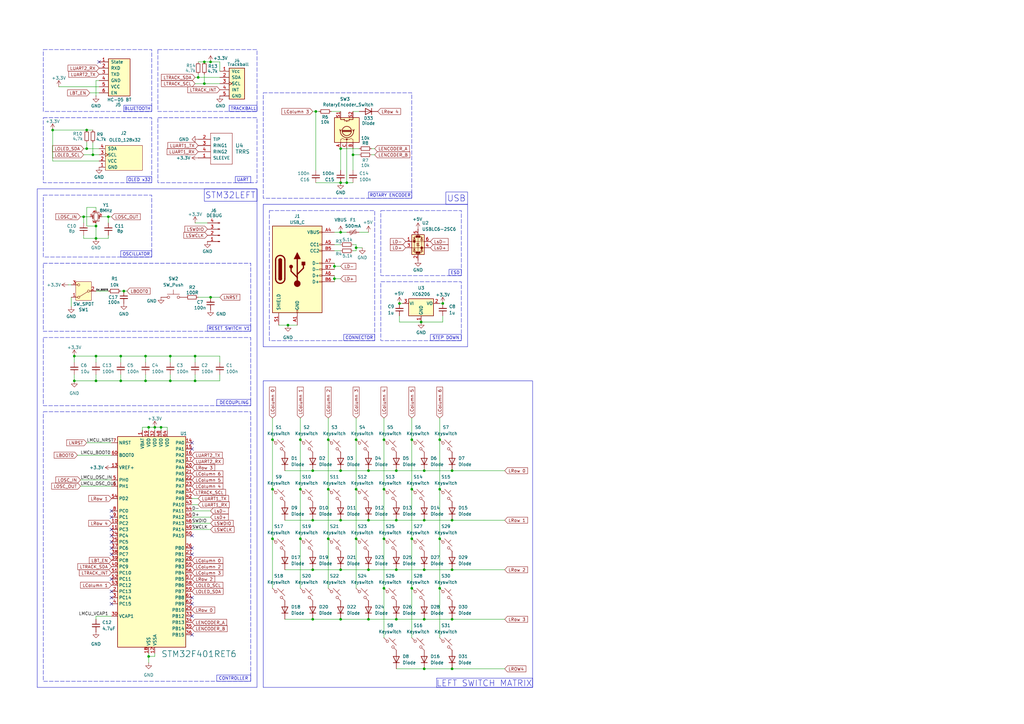
<source format=kicad_sch>
(kicad_sch (version 20231120) (generator "eeschema") (generator_version "8.0")
  (paper "A3")
  (junction (at 134.62 220.98))
  (junction (at 66.04 175.26))
  (junction (at 185.42 233.68))
  (junction (at 50.8 119.38))
  (junction (at 157.48 241.3))
  (junction (at 69.85 146.05))
  (junction (at 81.28 31.75))
  (junction (at 59.69 156.21))
  (junction (at 139.7 193.04))
  (junction (at 111.76 220.98))
  (junction (at 185.42 213.36))
  (junction (at 173.99 193.04))
  (junction (at 128.27 193.04))
  (junction (at 80.01 146.05))
  (junction (at 86.36 25.4))
  (junction (at 139.7 213.36))
  (junction (at 185.42 254))
  (junction (at 60.96 269.24))
  (junction (at 172.72 132.08))
  (junction (at 162.56 213.36))
  (junction (at 137.16 109.22))
  (junction (at 129.54 45.72))
  (junction (at 163.83 124.46))
  (junction (at 39.37 146.05))
  (junction (at 59.69 146.05))
  (junction (at 39.37 97.79))
  (junction (at 128.27 213.36))
  (junction (at 185.42 193.04))
  (junction (at 139.7 74.93))
  (junction (at 168.91 200.66))
  (junction (at 123.19 200.66))
  (junction (at 144.78 63.5))
  (junction (at 34.29 88.9))
  (junction (at 128.27 233.68))
  (junction (at 168.91 220.98))
  (junction (at 180.34 180.34))
  (junction (at 139.7 254))
  (junction (at 35.56 53.34))
  (junction (at 38.1 63.5))
  (junction (at 180.34 200.66))
  (junction (at 142.24 74.93))
  (junction (at 137.16 114.3))
  (junction (at 180.34 241.3))
  (junction (at 128.27 254))
  (junction (at 162.56 233.68))
  (junction (at 157.48 200.66))
  (junction (at 173.99 274.32))
  (junction (at 111.76 200.66))
  (junction (at 168.91 241.3))
  (junction (at 35.56 60.96))
  (junction (at 86.36 121.92))
  (junction (at 139.7 95.25))
  (junction (at 146.05 220.98))
  (junction (at 134.62 180.34))
  (junction (at 173.99 233.68))
  (junction (at 168.91 180.34))
  (junction (at 63.5 175.26))
  (junction (at 157.48 180.34))
  (junction (at 49.53 146.05))
  (junction (at 151.13 213.36))
  (junction (at 30.48 146.05))
  (junction (at 80.01 156.21))
  (junction (at 30.48 156.21))
  (junction (at 60.96 175.26))
  (junction (at 181.61 124.46))
  (junction (at 139.7 233.68))
  (junction (at 162.56 254))
  (junction (at 44.45 88.9))
  (junction (at 185.42 274.32))
  (junction (at 49.53 156.21))
  (junction (at 69.85 156.21))
  (junction (at 146.05 180.34))
  (junction (at 123.19 180.34))
  (junction (at 139.7 60.96))
  (junction (at 157.48 220.98))
  (junction (at 39.37 156.21))
  (junction (at 134.62 200.66))
  (junction (at 151.13 233.68))
  (junction (at 162.56 193.04))
  (junction (at 146.05 200.66))
  (junction (at 146.05 101.6))
  (junction (at 21.59 53.34))
  (junction (at 180.34 220.98))
  (junction (at 151.13 254))
  (junction (at 111.76 180.34))
  (junction (at 173.99 213.36))
  (junction (at 83.82 34.29))
  (junction (at 151.13 193.04))
  (junction (at 39.37 92.71))
  (junction (at 123.19 220.98))
  (junction (at 83.82 25.4))
  (junction (at 173.99 254))
  (junction (at 118.11 133.35))
  (no_connect (at 78.74 260.35))
  (no_connect (at 78.74 252.73))
  (no_connect (at 45.72 212.09))
  (no_connect (at 78.74 245.11))
  (no_connect (at 45.72 217.17))
  (no_connect (at 45.72 247.65))
  (no_connect (at 45.72 242.57))
  (no_connect (at 78.74 227.33))
  (no_connect (at 78.74 184.15))
  (no_connect (at 45.72 237.49))
  (no_connect (at 45.72 222.25))
  (no_connect (at 45.72 224.79))
  (no_connect (at 78.74 224.79))
  (no_connect (at 78.74 219.71))
  (no_connect (at 45.72 245.11))
  (no_connect (at 45.72 209.55))
  (no_connect (at 78.74 247.65))
  (no_connect (at 78.74 181.61))
  (no_connect (at 45.72 227.33))
  (no_connect (at 40.64 25.4))
  (no_connect (at 45.72 219.71))
  (wire (pts (xy 173.99 254) (xy 185.42 254)))
  (wire (pts (xy 139.7 213.36) (xy 151.13 213.36)))
  (wire (pts (xy 137.16 114.3) (xy 139.7 114.3)))
  (wire (pts (xy 163.83 129.54) (xy 163.83 132.08)))
  (wire (pts (xy 157.48 220.98) (xy 157.48 241.3)))
  (wire (pts (xy 137.16 100.33) (xy 139.7 100.33)))
  (wire (pts (xy 134.62 180.34) (xy 134.62 200.66)))
  (wire (pts (xy 45.72 88.9) (xy 44.45 88.9)))
  (wire (pts (xy 33.02 199.39) (xy 45.72 199.39)))
  (wire (pts (xy 180.34 241.3) (xy 180.34 261.62)))
  (wire (pts (xy 180.34 220.98) (xy 180.34 241.3)))
  (wire (pts (xy 30.48 156.21) (xy 39.37 156.21)))
  (wire (pts (xy 185.42 274.32) (xy 207.01 274.32)))
  (wire (pts (xy 116.84 213.36) (xy 128.27 213.36)))
  (wire (pts (xy 162.56 213.36) (xy 173.99 213.36)))
  (wire (pts (xy 90.17 146.05) (xy 80.01 146.05)))
  (wire (pts (xy 34.29 91.44) (xy 34.29 88.9)))
  (wire (pts (xy 139.7 95.25) (xy 142.24 95.25)))
  (wire (pts (xy 181.61 129.54) (xy 181.61 132.08)))
  (wire (pts (xy 135.89 45.72) (xy 139.7 45.72)))
  (wire (pts (xy 139.7 60.96) (xy 139.7 69.85)))
  (wire (pts (xy 137.16 109.22) (xy 137.16 110.49)))
  (wire (pts (xy 139.7 233.68) (xy 151.13 233.68)))
  (wire (pts (xy 49.53 146.05) (xy 39.37 146.05)))
  (wire (pts (xy 129.54 45.72) (xy 130.81 45.72)))
  (wire (pts (xy 63.5 175.26) (xy 66.04 175.26)))
  (wire (pts (xy 146.05 100.33) (xy 146.05 101.6)))
  (wire (pts (xy 63.5 267.97) (xy 63.5 269.24)))
  (wire (pts (xy 69.85 146.05) (xy 59.69 146.05)))
  (wire (pts (xy 44.45 88.9) (xy 41.91 88.9)))
  (wire (pts (xy 139.7 254) (xy 151.13 254)))
  (wire (pts (xy 139.7 60.96) (xy 147.32 60.96)))
  (wire (pts (xy 142.24 74.93) (xy 144.78 74.93)))
  (wire (pts (xy 163.83 132.08) (xy 172.72 132.08)))
  (wire (pts (xy 59.69 156.21) (xy 69.85 156.21)))
  (wire (pts (xy 168.91 220.98) (xy 168.91 241.3)))
  (wire (pts (xy 185.42 213.36) (xy 207.01 213.36)))
  (wire (pts (xy 137.16 114.3) (xy 137.16 115.57)))
  (wire (pts (xy 168.91 180.34) (xy 168.91 200.66)))
  (wire (pts (xy 81.28 204.47) (xy 78.74 204.47)))
  (wire (pts (xy 30.48 146.05) (xy 30.48 148.59)))
  (wire (pts (xy 29.21 121.92) (xy 29.21 125.73)))
  (wire (pts (xy 63.5 175.26) (xy 63.5 176.53)))
  (wire (pts (xy 38.1 63.5) (xy 40.64 63.5)))
  (wire (pts (xy 157.48 241.3) (xy 157.48 261.62)))
  (wire (pts (xy 137.16 109.22) (xy 139.7 109.22)))
  (wire (pts (xy 151.13 233.68) (xy 162.56 233.68)))
  (wire (pts (xy 69.85 156.21) (xy 80.01 156.21)))
  (wire (pts (xy 34.29 60.96) (xy 35.56 60.96)))
  (wire (pts (xy 49.53 156.21) (xy 59.69 156.21)))
  (wire (pts (xy 180.34 124.46) (xy 181.61 124.46)))
  (wire (pts (xy 80.01 91.44) (xy 85.09 91.44)))
  (wire (pts (xy 118.11 133.35) (xy 121.92 133.35)))
  (wire (pts (xy 21.59 53.34) (xy 35.56 53.34)))
  (wire (pts (xy 163.83 124.46) (xy 165.1 124.46)))
  (wire (pts (xy 151.13 193.04) (xy 162.56 193.04)))
  (wire (pts (xy 173.99 274.32) (xy 185.42 274.32)))
  (wire (pts (xy 34.29 97.79) (xy 39.37 97.79)))
  (wire (pts (xy 81.28 121.92) (xy 86.36 121.92)))
  (wire (pts (xy 78.74 217.17) (xy 86.36 217.17)))
  (wire (pts (xy 83.82 34.29) (xy 90.17 34.29)))
  (wire (pts (xy 111.76 180.34) (xy 111.76 200.66)))
  (wire (pts (xy 39.37 39.37) (xy 39.37 33.02)))
  (wire (pts (xy 35.56 85.09) (xy 35.56 92.71)))
  (wire (pts (xy 58.42 175.26) (xy 60.96 175.26)))
  (wire (pts (xy 137.16 95.25) (xy 139.7 95.25)))
  (wire (pts (xy 162.56 193.04) (xy 173.99 193.04)))
  (wire (pts (xy 168.91 200.66) (xy 168.91 220.98)))
  (wire (pts (xy 146.05 101.6) (xy 148.59 101.6)))
  (wire (pts (xy 44.45 88.9) (xy 44.45 91.44)))
  (wire (pts (xy 80.01 146.05) (xy 69.85 146.05)))
  (wire (pts (xy 168.91 171.45) (xy 168.91 180.34)))
  (wire (pts (xy 39.37 33.02) (xy 40.64 33.02)))
  (wire (pts (xy 144.78 63.5) (xy 144.78 69.85)))
  (wire (pts (xy 66.04 175.26) (xy 68.58 175.26)))
  (wire (pts (xy 30.48 153.67) (xy 30.48 156.21)))
  (wire (pts (xy 147.32 63.5) (xy 144.78 63.5)))
  (wire (pts (xy 39.37 85.09) (xy 35.56 85.09)))
  (wire (pts (xy 60.96 269.24) (xy 60.96 271.78)))
  (wire (pts (xy 60.96 175.26) (xy 60.96 176.53)))
  (wire (pts (xy 129.54 45.72) (xy 129.54 69.85)))
  (wire (pts (xy 69.85 153.67) (xy 69.85 156.21)))
  (wire (pts (xy 185.42 193.04) (xy 207.01 193.04)))
  (wire (pts (xy 185.42 233.68) (xy 207.01 233.68)))
  (wire (pts (xy 27.94 116.84) (xy 29.21 116.84)))
  (wire (pts (xy 81.28 31.75) (xy 90.17 31.75)))
  (wire (pts (xy 151.13 254) (xy 162.56 254)))
  (wire (pts (xy 39.37 252.73) (xy 39.37 254)))
  (wire (pts (xy 157.48 171.45) (xy 157.48 180.34)))
  (wire (pts (xy 90.17 29.21) (xy 90.17 25.4)))
  (wire (pts (xy 33.02 196.85) (xy 45.72 196.85)))
  (wire (pts (xy 146.05 200.66) (xy 146.05 220.98)))
  (wire (pts (xy 123.19 220.98) (xy 123.19 241.3)))
  (wire (pts (xy 151.13 213.36) (xy 162.56 213.36)))
  (wire (pts (xy 63.5 269.24) (xy 60.96 269.24)))
  (wire (pts (xy 80.01 31.75) (xy 81.28 31.75)))
  (wire (pts (xy 39.37 156.21) (xy 49.53 156.21)))
  (wire (pts (xy 39.37 153.67) (xy 39.37 156.21)))
  (wire (pts (xy 185.42 254) (xy 207.01 254)))
  (wire (pts (xy 152.4 63.5) (xy 153.67 63.5)))
  (wire (pts (xy 34.29 88.9) (xy 36.83 88.9)))
  (wire (pts (xy 44.45 96.52) (xy 44.45 97.79)))
  (wire (pts (xy 157.48 180.34) (xy 157.48 200.66)))
  (wire (pts (xy 35.56 58.42) (xy 35.56 60.96)))
  (wire (pts (xy 80.01 153.67) (xy 80.01 156.21)))
  (wire (pts (xy 21.59 66.04) (xy 40.64 66.04)))
  (wire (pts (xy 39.37 92.71) (xy 39.37 97.79)))
  (wire (pts (xy 128.27 213.36) (xy 139.7 213.36)))
  (wire (pts (xy 80.01 34.29) (xy 83.82 34.29)))
  (wire (pts (xy 44.45 97.79) (xy 39.37 97.79)))
  (wire (pts (xy 60.96 267.97) (xy 60.96 269.24)))
  (wire (pts (xy 181.61 132.08) (xy 172.72 132.08)))
  (wire (pts (xy 49.53 119.38) (xy 50.8 119.38)))
  (wire (pts (xy 86.36 121.92) (xy 90.17 121.92)))
  (wire (pts (xy 59.69 153.67) (xy 59.69 156.21)))
  (wire (pts (xy 152.4 60.96) (xy 153.67 60.96)))
  (wire (pts (xy 83.82 25.4) (xy 86.36 25.4)))
  (wire (pts (xy 78.74 209.55) (xy 86.36 209.55)))
  (wire (pts (xy 36.83 38.1) (xy 40.64 38.1)))
  (wire (pts (xy 30.48 146.05) (xy 39.37 146.05)))
  (wire (pts (xy 111.76 200.66) (xy 111.76 220.98)))
  (wire (pts (xy 80.01 146.05) (xy 80.01 148.59)))
  (wire (pts (xy 134.62 220.98) (xy 134.62 241.3)))
  (wire (pts (xy 147.32 95.25) (xy 151.13 95.25)))
  (wire (pts (xy 83.82 30.48) (xy 83.82 34.29)))
  (wire (pts (xy 146.05 102.87) (xy 144.78 102.87)))
  (wire (pts (xy 49.53 153.67) (xy 49.53 156.21)))
  (wire (pts (xy 168.91 241.3) (xy 168.91 261.62)))
  (wire (pts (xy 180.34 200.66) (xy 180.34 220.98)))
  (wire (pts (xy 66.04 175.26) (xy 66.04 176.53)))
  (wire (pts (xy 111.76 220.98) (xy 111.76 241.3)))
  (wire (pts (xy 128.27 254) (xy 139.7 254)))
  (wire (pts (xy 146.05 101.6) (xy 146.05 102.87)))
  (wire (pts (xy 139.7 74.93) (xy 142.24 74.93)))
  (wire (pts (xy 173.99 193.04) (xy 185.42 193.04)))
  (wire (pts (xy 162.56 274.32) (xy 173.99 274.32)))
  (wire (pts (xy 35.56 53.34) (xy 38.1 53.34)))
  (wire (pts (xy 129.54 74.93) (xy 139.7 74.93)))
  (wire (pts (xy 34.29 96.52) (xy 34.29 97.79)))
  (wire (pts (xy 147.32 45.72) (xy 144.78 45.72)))
  (wire (pts (xy 134.62 200.66) (xy 134.62 220.98)))
  (wire (pts (xy 128.27 233.68) (xy 139.7 233.68)))
  (wire (pts (xy 116.84 233.68) (xy 128.27 233.68)))
  (wire (pts (xy 33.02 88.9) (xy 34.29 88.9)))
  (wire (pts (xy 111.76 171.45) (xy 111.76 180.34)))
  (wire (pts (xy 60.96 175.26) (xy 63.5 175.26)))
  (wire (pts (xy 128.27 193.04) (xy 139.7 193.04)))
  (wire (pts (xy 80.01 156.21) (xy 90.17 156.21)))
  (wire (pts (xy 123.19 180.34) (xy 123.19 200.66)))
  (wire (pts (xy 24.13 35.56) (xy 40.64 35.56)))
  (wire (pts (xy 59.69 146.05) (xy 49.53 146.05)))
  (wire (pts (xy 39.37 146.05) (xy 39.37 148.59)))
  (wire (pts (xy 137.16 107.95) (xy 137.16 109.22)))
  (wire (pts (xy 78.74 214.63) (xy 86.36 214.63)))
  (wire (pts (xy 128.27 45.72) (xy 129.54 45.72)))
  (wire (pts (xy 81.28 25.4) (xy 83.82 25.4)))
  (wire (pts (xy 114.3 133.35) (xy 118.11 133.35)))
  (wire (pts (xy 173.99 213.36) (xy 185.42 213.36)))
  (wire (pts (xy 78.74 212.09) (xy 86.36 212.09)))
  (wire (pts (xy 35.56 181.61) (xy 45.72 181.61)))
  (wire (pts (xy 123.19 171.45) (xy 123.19 180.34)))
  (wire (pts (xy 31.75 186.69) (xy 45.72 186.69)))
  (wire (pts (xy 90.17 153.67) (xy 90.17 156.21)))
  (wire (pts (xy 144.78 60.96) (xy 144.78 63.5)))
  (wire (pts (xy 39.37 119.38) (xy 44.45 119.38)))
  (wire (pts (xy 81.28 207.01) (xy 78.74 207.01)))
  (wire (pts (xy 58.42 175.26) (xy 58.42 176.53)))
  (wire (pts (xy 90.17 146.05) (xy 90.17 148.59)))
  (wire (pts (xy 134.62 171.45) (xy 134.62 180.34)))
  (wire (pts (xy 157.48 200.66) (xy 157.48 220.98)))
  (wire (pts (xy 86.36 25.4) (xy 90.17 25.4)))
  (wire (pts (xy 146.05 180.34) (xy 146.05 200.66)))
  (wire (pts (xy 50.8 119.38) (xy 52.07 119.38)))
  (wire (pts (xy 34.29 63.5) (xy 38.1 63.5)))
  (wire (pts (xy 81.28 30.48) (xy 81.28 31.75)))
  (wire (pts (xy 38.1 58.42) (xy 38.1 63.5)))
  (wire (pts (xy 162.56 233.68) (xy 173.99 233.68)))
  (wire (pts (xy 21.59 53.34) (xy 21.59 66.04)))
  (wire (pts (xy 123.19 200.66) (xy 123.19 220.98)))
  (wire (pts (xy 180.34 180.34) (xy 180.34 200.66)))
  (wire (pts (xy 146.05 220.98) (xy 146.05 241.3)))
  (wire (pts (xy 69.85 146.05) (xy 69.85 148.59)))
  (wire (pts (xy 180.34 171.45) (xy 180.34 180.34)))
  (wire (pts (xy 137.16 102.87) (xy 139.7 102.87)))
  (wire (pts (xy 116.84 254) (xy 128.27 254)))
  (wire (pts (xy 142.24 60.96) (xy 142.24 74.93)))
  (wire (pts (xy 59.69 146.05) (xy 59.69 148.59)))
  (wire (pts (xy 173.99 233.68) (xy 185.42 233.68)))
  (wire (pts (xy 137.16 113.03) (xy 137.16 114.3)))
  (wire (pts (xy 35.56 92.71) (xy 39.37 92.71)))
  (wire (pts (xy 49.53 146.05) (xy 49.53 148.59)))
  (wire (pts (xy 144.78 100.33) (xy 146.05 100.33)))
  (wire (pts (xy 35.56 60.96) (xy 40.64 60.96)))
  (wire (pts (xy 139.7 193.04) (xy 151.13 193.04)))
  (wire (pts (xy 45.72 252.73) (xy 39.37 252.73)))
  (wire (pts (xy 146.05 171.45) (xy 146.05 180.34)))
  (wire (pts (xy 68.58 175.26) (xy 68.58 176.53)))
  (wire (pts (xy 116.84 193.04) (xy 128.27 193.04)))
  (wire (pts (xy 162.56 254) (xy 173.99 254)))
  (wire (pts (xy 39.37 85.09) (xy 39.37 86.36)))
  (wire (pts (xy 39.37 92.71) (xy 39.37 91.44)))
  (rectangle (start 15.24 77.47) (end 105.41 281.94))
  (rectangle (start 17.78 80.01) (end 62.23 105.41) (stroke (width 0) (type dash)))
  (rectangle (start 88.9 276.86) (end 102.87 279.4))
  (rectangle (start 49.53 102.87) (end 62.23 105.41))
  (rectangle (start 176.53 137.16) (end 189.23 139.7))
  (rectangle (start 179.07 278.13) (end 218.44 281.94))
  (rectangle (start 83.82 77.47) (end 105.41 82.55))
  (rectangle (start 156.21 86.36) (end 189.23 113.03) (stroke (width 0) (type dash)))
  (rectangle (start 110.49 86.36) (end 153.67 139.7) (stroke (width 0) (type dash)))
  (rectangle (start 93.98 43.18) (end 105.41 45.72))
  (rectangle (start 107.95 156.21) (end 218.44 281.94))
  (rectangle (start 96.52 72.39) (end 102.87 74.93))
  (rectangle (start 17.78 20.32) (end 62.23 45.72) (stroke (width 0) (type dash)))
  (rectangle (start 64.77 48.26) (end 105.41 74.93) (stroke (width 0) (type dash)))
  (rectangle (start 107.95 83.82) (end 191.77 142.24))
  (rectangle (start 17.78 168.91) (end 102.87 279.4) (stroke (width 0) (type dash)))
  (rectangle (start 17.78 107.95) (end 102.87 135.89) (stroke (width 0) (type dash)))
  (rectangle (start 50.8 43.18) (end 62.23 45.72))
  (rectangle (start 140.97 137.16) (end 153.67 139.7))
  (rectangle (start 156.21 115.57) (end 189.23 139.7) (stroke (width 0) (type dash)))
  (rectangle (start 64.77 20.32) (end 105.41 45.72) (stroke (width 0) (type dash)))
  (rectangle (start 107.95 38.1) (end 168.91 81.28) (stroke (width 0) (type dash)))
  (rectangle (start 85.09 133.35) (end 102.87 135.89))
  (rectangle (start 151.13 78.74) (end 168.91 81.28))
  (rectangle (start 17.78 48.26) (end 62.23 74.93) (stroke (width 0) (type dash)))
  (rectangle (start 17.78 138.43) (end 102.87 166.37) (stroke (width 0) (type dash)))
  (rectangle (start 184.15 110.49) (end 189.23 113.03))
  (rectangle (start 88.9 163.83) (end 102.87 166.37))
  (rectangle (start 182.88 78.74) (end 191.77 83.82))
  (rectangle (start 52.07 72.39) (end 62.23 74.93))
  (text "CONNECTOR\n" (at 147.32 138.684 0) (effects (font (size 1.27 1.27))))
  (text "USB" (at 187.198 81.534 0) (effects (font (size 2.54 2.54))))
  (text "TRACKBALL\n" (at 99.822 44.704 0) (effects (font (size 1.27 1.27))))
  (text "UART" (at 99.568 73.914 0) (effects (font (size 1.27 1.27))))
  (text "DECOUPLING\n" (at 96.012 165.354 0) (effects (font (size 1.27 1.27))))
  (text "STM32LEFT\n" (at 94.488 80.264 0) (effects (font (size 2.54 2.54))))
  (text "OSCILLATOR\n" (at 55.88 104.394 0) (effects (font (size 1.27 1.27))))
  (text "ESD" (at 186.69 112.014 0) (effects (font (size 1.27 1.27))))
  (text "CONTROLLER" (at 95.758 278.384 0) (effects (font (size 1.27 1.27))))
  (text "OLED x32" (at 57.15 73.914 0) (effects (font (size 1.27 1.27))))
  (text "STEP DOWN" (at 182.88 138.684 0) (effects (font (size 1.27 1.27))))
  (text "BLUETOOTH\n" (at 56.388 44.704 0) (effects (font (size 1.27 1.27))))
  (text "LEFT SWITCH MATRIX" (at 198.628 280.416 0) (effects (font (size 2.54 2.54))))
  (text "RESET SWITCH V1\n" (at 93.98 134.874 0) (effects (font (size 1.27 1.27))))
  (text "ROTARY ENCODER\n" (at 160.02 80.264 0) (effects (font (size 1.27 1.27))))
  (label "LMCU_NRST" (at 35.56 181.61 0))
  (label "LMCU_OSC_IN" (at 33.02 196.85 0))
  (label "D+" (at 78.74 212.09 0))
  (label "LMCU_VCAP1" (at 44.45 252.73 180))
  (label "LMCU_BOOT0" (at 33.02 186.69 0))
  (label "SWDIO" (at 78.74 214.63 0))
  (label "SW_BOOT0" (at 39.37 119.38 0) (effects (font (size 0.635 0.635))))
  (label "SWCLK" (at 78.74 217.17 0))
  (label "D-" (at 78.74 209.55 0))
  (label "LMCU_OSC_OUT" (at 33.02 199.39 0))
  (global_label "LUART1_RX" (shape input) (at 81.28 62.23 180) (property "Intersheetrefs" "${INTERSHEET_REFS}" (effects (hide yes))))
  (global_label "LColumn 4" (shape input) (at 78.74 199.39 0) (property "Intersheetrefs" "${INTERSHEET_REFS}" (effects (hide yes))))
  (global_label "LRow 3" (shape input) (at 207.01 254 0) (property "Intersheetrefs" "${INTERSHEET_REFS}" (effects (hide yes))))
  (global_label "LColumn 2" (shape input) (at 78.74 232.41 0) (property "Intersheetrefs" "${INTERSHEET_REFS}" (effects (hide yes))))
  (global_label "LTRACK_SCL" (shape input) (at 78.74 201.93 0) (property "Intersheetrefs" "${INTERSHEET_REFS}" (effects (hide yes))))
  (global_label "LENCODER_A" (shape input) (at 153.67 60.96 0) (property "Intersheetrefs" "${INTERSHEET_REFS}" (effects (hide yes))))
  (global_label "LColumn 4" (shape input) (at 157.48 171.45 90) (property "Intersheetrefs" "${INTERSHEET_REFS}" (effects (hide yes))))
  (global_label "LOSC_IN" (shape input) (at 33.02 88.9 180) (property "Intersheetrefs" "${INTERSHEET_REFS}" (effects (hide yes))))
  (global_label "LTRACK_SDA" (shape input) (at 45.72 232.41 180) (property "Intersheetrefs" "${INTERSHEET_REFS}" (effects (hide yes))))
  (global_label "LTRACK_SCL" (shape input) (at 80.01 34.29 180) (property "Intersheetrefs" "${INTERSHEET_REFS}" (effects (hide yes))))
  (global_label "LSWCLK" (shape input) (at 85.09 96.52 180) (property "Intersheetrefs" "${INTERSHEET_REFS}" (effects (hide yes))))
  (global_label "LRow 3" (shape input) (at 78.74 191.77 0) (property "Intersheetrefs" "${INTERSHEET_REFS}" (effects (hide yes))))
  (global_label "LColumn 0" (shape input) (at 111.76 171.45 90) (property "Intersheetrefs" "${INTERSHEET_REFS}" (effects (hide yes))))
  (global_label "LOSC_IN" (shape input) (at 33.02 196.85 180) (property "Intersheetrefs" "${INTERSHEET_REFS}" (effects (hide yes))))
  (global_label "LColumn 0" (shape input) (at 78.74 229.87 0) (property "Intersheetrefs" "${INTERSHEET_REFS}" (effects (hide yes))))
  (global_label "LRow 2" (shape input) (at 78.74 237.49 0) (property "Intersheetrefs" "${INTERSHEET_REFS}" (effects (hide yes))))
  (global_label "LRow 1" (shape input) (at 207.01 213.36 0) (property "Intersheetrefs" "${INTERSHEET_REFS}" (effects (hide yes))))
  (global_label "LColumn 1" (shape input) (at 45.72 240.03 180) (property "Intersheetrefs" "${INTERSHEET_REFS}" (effects (hide yes))))
  (global_label "LOLED_SDA" (shape input) (at 34.29 60.96 180) (property "Intersheetrefs" "${INTERSHEET_REFS}" (effects (hide yes))))
  (global_label "LColumn 6" (shape input) (at 180.34 171.45 90) (property "Intersheetrefs" "${INTERSHEET_REFS}" (effects (hide yes))))
  (global_label "LTRACK_SDA" (shape input) (at 80.01 31.75 180) (property "Intersheetrefs" "${INTERSHEET_REFS}" (effects (hide yes))))
  (global_label "LD+" (shape input) (at 139.7 114.3 0) (property "Intersheetrefs" "${INTERSHEET_REFS}" (effects (hide yes))))
  (global_label "LUART1_TX" (shape input) (at 81.28 204.47 0) (property "Intersheetrefs" "${INTERSHEET_REFS}" (effects (hide yes))))
  (global_label "LD+" (shape input) (at 166.37 101.6 180) (property "Intersheetrefs" "${INTERSHEET_REFS}" (effects (hide yes))))
  (global_label "LTRACK_INT" (shape input) (at 45.72 234.95 180) (property "Intersheetrefs" "${INTERSHEET_REFS}" (effects (hide yes))))
  (global_label "LUART2_TX" (shape input) (at 78.74 186.69 0) (property "Intersheetrefs" "${INTERSHEET_REFS}" (effects (hide yes))))
  (global_label "LSWDIO" (shape input) (at 85.09 93.98 180) (property "Intersheetrefs" "${INTERSHEET_REFS}" (effects (hide yes))))
  (global_label "LRow 0" (shape input) (at 207.01 193.04 0) (property "Intersheetrefs" "${INTERSHEET_REFS}" (effects (hide yes))))
  (global_label "LOSC_OUT" (shape input) (at 45.72 88.9 0) (property "Intersheetrefs" "${INTERSHEET_REFS}" (effects (hide yes))))
  (global_label "LSWDIO" (shape input) (at 86.36 214.63 0) (property "Intersheetrefs" "${INTERSHEET_REFS}" (effects (hide yes))))
  (global_label "LBT_EN" (shape input) (at 45.72 229.87 180) (property "Intersheetrefs" "${INTERSHEET_REFS}" (effects (hide yes))))
  (global_label "LTRACK_INT" (shape input) (at 90.17 36.83 180) (property "Intersheetrefs" "${INTERSHEET_REFS}" (effects (hide yes))))
  (global_label "LsD-" (shape input) (at 86.36 209.55 0) (property "Intersheetrefs" "${INTERSHEET_REFS}" (effects (hide yes))))
  (global_label "LNRST" (shape input) (at 90.17 121.92 0) (property "Intersheetrefs" "${INTERSHEET_REFS}" (effects (hide yes))))
  (global_label "LUART2_RX" (shape input) (at 78.74 189.23 0) (property "Intersheetrefs" "${INTERSHEET_REFS}" (effects (hide yes))))
  (global_label "LRow 1" (shape input) (at 45.72 204.47 180) (property "Intersheetrefs" "${INTERSHEET_REFS}" (effects (hide yes))))
  (global_label "LsD+" (shape input) (at 176.53 101.6 0) (property "Intersheetrefs" "${INTERSHEET_REFS}" (effects (hide yes))))
  (global_label "LUART1_RX" (shape input) (at 81.28 207.01 0) (property "Intersheetrefs" "${INTERSHEET_REFS}" (effects (hide yes))))
  (global_label "LColumn 1" (shape input) (at 123.19 171.45 90) (property "Intersheetrefs" "${INTERSHEET_REFS}" (effects (hide yes))))
  (global_label "LUART2_RX" (shape input) (at 40.64 27.94 180) (property "Intersheetrefs" "${INTERSHEET_REFS}" (effects (hide yes))))
  (global_label "LOSC_OUT" (shape input) (at 33.02 199.39 180) (property "Intersheetrefs" "${INTERSHEET_REFS}" (effects (hide yes))))
  (global_label "LRow 0" (shape input) (at 78.74 250.19 0) (property "Intersheetrefs" "${INTERSHEET_REFS}" (effects (hide yes))))
  (global_label "LENCODER_B" (shape input) (at 78.74 257.81 0) (property "Intersheetrefs" "${INTERSHEET_REFS}" (effects (hide yes))))
  (global_label "LUART1_TX" (shape input) (at 81.28 59.69 180) (property "Intersheetrefs" "${INTERSHEET_REFS}" (effects (hide yes))))
  (global_label "LOLED_SCL" (shape input) (at 34.29 63.5 180) (property "Intersheetrefs" "${INTERSHEET_REFS}" (effects (hide yes))))
  (global_label "LUART2_TX" (shape input) (at 40.64 30.48 180) (property "Intersheetrefs" "${INTERSHEET_REFS}" (effects (hide yes))))
  (global_label "LOLED_SCL" (shape input) (at 78.74 240.03 0) (property "Intersheetrefs" "${INTERSHEET_REFS}" (effects (hide yes))))
  (global_label "LD-" (shape input) (at 139.7 109.22 0) (property "Intersheetrefs" "${INTERSHEET_REFS}" (effects (hide yes))))
  (global_label "LBT_EN" (shape input) (at 36.83 38.1 180) (property "Intersheetrefs" "${INTERSHEET_REFS}" (effects (hide yes))))
  (global_label "LROW4" (shape input) (at 207.01 274.32 0) (property "Intersheetrefs" "${INTERSHEET_REFS}" (effects (hide yes))))
  (global_label "LRow 2" (shape input) (at 207.01 233.68 0) (property "Intersheetrefs" "${INTERSHEET_REFS}" (effects (hide yes))))
  (global_label "LRow 4" (shape input) (at 154.94 45.72 0) (property "Intersheetrefs" "${INTERSHEET_REFS}" (effects (hide yes))))
  (global_label "LsD+" (shape input) (at 86.36 212.09 0) (property "Intersheetrefs" "${INTERSHEET_REFS}" (effects (hide yes))))
  (global_label "LColumn 3" (shape input) (at 146.05 171.45 90) (property "Intersheetrefs" "${INTERSHEET_REFS}" (effects (hide yes))))
  (global_label "LColumn 5" (shape input) (at 168.91 171.45 90) (property "Intersheetrefs" "${INTERSHEET_REFS}" (effects (hide yes))))
  (global_label "LD-" (shape input) (at 166.37 99.06 180) (property "Intersheetrefs" "${INTERSHEET_REFS}" (effects (hide yes))))
  (global_label "LColumn 5" (shape input) (at 78.74 196.85 0) (property "Intersheetrefs" "${INTERSHEET_REFS}" (effects (hide yes))))
  (global_label "LColumn 3" (shape input) (at 78.74 234.95 0) (property "Intersheetrefs" "${INTERSHEET_REFS}" (effects (hide yes))))
  (global_label "LColumn 2" (shape input) (at 134.62 171.45 90) (property "Intersheetrefs" "${INTERSHEET_REFS}" (effects (hide yes))))
  (global_label "LsD-" (shape input) (at 176.53 99.06 0) (property "Intersheetrefs" "${INTERSHEET_REFS}" (effects (hide yes))))
  (global_label "LOLED_SDA" (shape input) (at 78.74 242.57 0) (property "Intersheetrefs" "${INTERSHEET_REFS}" (effects (hide yes))))
  (global_label "LColumn 6" (shape input) (at 78.74 194.31 0) (property "Intersheetrefs" "${INTERSHEET_REFS}" (effects (hide yes))))
  (global_label "LRow 4" (shape input) (at 45.72 214.63 180) (property "Intersheetrefs" "${INTERSHEET_REFS}" (effects (hide yes))))
  (global_label "LSWCLK" (shape input) (at 86.36 217.17 0) (property "Intersheetrefs" "${INTERSHEET_REFS}" (effects (hide yes))))
  (global_label "LBOOT0" (shape input) (at 31.75 186.69 180) (property "Intersheetrefs" "${INTERSHEET_REFS}" (effects (hide yes))))
  (global_label "LNRST" (shape input) (at 35.56 181.61 180) (property "Intersheetrefs" "${INTERSHEET_REFS}" (effects (hide yes))))
  (global_label "LENCODER_A" (shape input) (at 78.74 255.27 0) (property "Intersheetrefs" "${INTERSHEET_REFS}" (effects (hide yes))))
  (global_label "LColumn 3" (shape input) (at 128.27 45.72 180) (property "Intersheetrefs" "${INTERSHEET_REFS}" (effects (hide yes))))
  (global_label "LENCODER_B" (shape input) (at 153.67 63.5 0) (property "Intersheetrefs" "${INTERSHEET_REFS}" (effects (hide yes))))
  (global_label "LBOOT0" (shape input) (at 52.07 119.38 0) (property "Intersheetrefs" "${INTERSHEET_REFS}" (effects (hide yes))))
  (symbol (lib_id "power:VBUS") (at 139.7 95.25 0) (unit 1)
    (property "Reference" "#PWR012" (effects (hide yes)))
    (property "Value" "VBUS" (at 139.7 90.17 0))
    (property "Description" "Power symbol creates a global label with name \"VBUS\"" (effects (hide yes)))
  )
  (symbol (lib_id "Device:C_Small") (at 80.01 151.13 180) (unit 1)
    (property "Reference" "C2" (at 82.55 149.8535 0) (effects (justify right)))
    (property "Value" "100n" (at 82.55 152.3935 0) (effects (justify right)))
    (property "Footprint" "Capacitor_SMD:C_0402_1005Metric" (effects (hide yes)))
    (property "Description" "Unpolarized capacitor, small symbol" (effects (hide yes)))
  )
  (symbol (lib_id "power:GND") (at 171.45 106.68 0) (unit 1)
    (property "Reference" "#PWR015" (effects (hide yes)))
    (property "Value" "GND" (at 171.45 110.744 0))
    (property "Description" "Power symbol creates a global label with name \"GND\" , ground" (effects (hide yes)))
  )
  (symbol (lib_id "ScottoKeebs:Placeholder_Keyswitch") (at 182.88 223.52 0) (unit 1)
    (property "Reference" "S29" (at 182.88 215.9 0))
    (property "Value" "Keyswitch" (at 182.88 218.44 0))
    (property "Footprint" "ScottoKeebs_Hotswap:Hotswap_Choc_V1V2_1.00u" (effects (hide yes)))
    (property "Description" "Push button switch, normally open, two pins, 45° tilted" (effects (hide yes)))
  )
  (symbol (lib_id "Device:R_Small") (at 81.28 27.94 0) (unit 1)
    (property "Reference" "R14" (at 80.264 26.924 0) (effects (justify right)))
    (property "Value" "4.7k" (at 80.264 28.956 0) (effects (justify right)))
    (property "Footprint" "Resistor_SMD:R_0402_1005Metric" (effects (hide yes)))
    (property "Description" "Resistor, small symbol" (effects (hide yes)))
  )
  (symbol (lib_id "ScottoKeebs:Placeholder_Diode") (at 173.99 209.55 90) (unit 1)
    (property "Reference" "D14" (at 176.53 208.2799 90) (effects (justify right)))
    (property "Value" "Diode" (at 176.53 210.8199 90) (effects (justify right)))
    (property "Footprint" "ScottoKeebs_Components:Diode_SOD-123" (effects (hide yes)))
    (property "Description" "1N4148 (DO-35) or 1N4148W (SOD-123)" (effects (hide yes)))
    (property "Sim.Device" "D" (effects (hide yes)))
    (property "Sim.Pins" "1=K 2=A" (effects (hide yes)))
  )
  (symbol (lib_id "ScottoKeebs:Placeholder_Diode") (at 185.42 270.51 90) (unit 1)
    (property "Reference" "D31" (at 187.96 269.2399 90) (effects (justify right)))
    (property "Value" "Diode" (at 187.96 271.7799 90) (effects (justify right)))
    (property "Footprint" "ScottoKeebs_Components:Diode_SOD-123" (effects (hide yes)))
    (property "Description" "1N4148 (DO-35) or 1N4148W (SOD-123)" (effects (hide yes)))
    (property "Sim.Device" "D" (effects (hide yes)))
    (property "Sim.Pins" "1=K 2=A" (effects (hide yes)))
  )
  (symbol (lib_id "ScottoKeebs:Placeholder_Diode") (at 173.99 189.23 90) (unit 1)
    (property "Reference" "D6" (at 176.53 187.9599 90) (effects (justify right)))
    (property "Value" "Diode" (at 176.53 190.4999 90) (effects (justify right)))
    (property "Footprint" "ScottoKeebs_Components:Diode_SOD-123" (effects (hide yes)))
    (property "Description" "1N4148 (DO-35) or 1N4148W (SOD-123)" (effects (hide yes)))
    (property "Sim.Device" "D" (effects (hide yes)))
    (property "Sim.Pins" "1=K 2=A" (effects (hide yes)))
  )
  (symbol (lib_id "ScottoKeebs:Placeholder_Keyswitch") (at 114.3 182.88 0) (unit 1)
    (property "Reference" "S1" (at 114.3 175.26 0))
    (property "Value" "Keyswitch" (at 114.3 177.8 0))
    (property "Footprint" "ScottoKeebs_Hotswap:Hotswap_Choc_V1V2_1.00u" (effects (hide yes)))
    (property "Description" "Push button switch, normally open, two pins, 45° tilted" (effects (hide yes)))
  )
  (symbol (lib_id "power:+5V") (at 163.83 124.46 0) (unit 1)
    (property "Reference" "#PWR016" (effects (hide yes)))
    (property "Value" "+5V" (at 163.576 120.396 0))
    (property "Description" "Power symbol creates a global label with name \"+5V\"" (effects (hide yes)))
  )
  (symbol (lib_id "power:GND") (at 148.59 101.6 0) (unit 1)
    (property "Reference" "#PWR013" (effects (hide yes)))
    (property "Value" "GND" (at 148.59 105.664 0))
    (property "Description" "Power symbol creates a global label with name \"GND\" , ground" (effects (hide yes)))
  )
  (symbol (lib_id "power:GND") (at 90.17 39.37 0) (unit 1)
    (property "Reference" "#PWR029" (effects (hide yes)))
    (property "Value" "GND" (at 90.424 43.434 0))
    (property "Description" "Power symbol creates a global label with name \"GND\" , ground" (effects (hide yes)))
  )
  (symbol (lib_id "power:GND") (at 86.36 127 0) (unit 1)
    (property "Reference" "#PWR04" (effects (hide yes)))
    (property "Value" "GND" (at 90.678 128.778 0))
    (property "Description" "Power symbol creates a global label with name \"GND\" , ground" (effects (hide yes)))
  )
  (symbol (lib_id "ScottoKeebs:Placeholder_Diode") (at 151.13 209.55 90) (unit 1)
    (property "Reference" "D12" (at 153.67 208.2799 90) (effects (justify right)))
    (property "Value" "Diode" (at 153.67 210.8199 90) (effects (justify right)))
    (property "Footprint" "ScottoKeebs_Components:Diode_SOD-123" (effects (hide yes)))
    (property "Description" "1N4148 (DO-35) or 1N4148W (SOD-123)" (effects (hide yes)))
    (property "Sim.Device" "D" (effects (hide yes)))
    (property "Sim.Pins" "1=K 2=A" (effects (hide yes)))
  )
  (symbol (lib_id "power:+3.3V") (at 63.5 175.26 0) (unit 1)
    (property "Reference" "#PWR02" (effects (hide yes)))
    (property "Value" "+3.3V" (at 63.5 171.704 0))
    (property "Description" "Power symbol creates a global label with name \"+3.3V\"" (effects (hide yes)))
  )
  (symbol (lib_id "power:GND") (at 50.8 124.46 0) (unit 1)
    (property "Reference" "#PWR07" (effects (hide yes)))
    (property "Value" "GND" (at 50.8 128.778 0))
    (property "Description" "Power symbol creates a global label with name \"GND\" , ground" (effects (hide yes)))
  )
  (symbol (lib_id "power:GND") (at 118.11 133.35 0) (unit 1)
    (property "Reference" "#PWR010" (effects (hide yes)))
    (property "Value" "GND" (at 118.11 138.43 0))
    (property "Description" "Power symbol creates a global label with name \"GND\" , ground" (effects (hide yes)))
  )
  (symbol (lib_id "power:+5V") (at 171.45 93.98 0) (unit 1)
    (property "Reference" "#PWR014" (effects (hide yes)))
    (property "Value" "+5V" (at 171.196 89.916 0))
    (property "Description" "Power symbol creates a global label with name \"+5V\"" (effects (hide yes)))
  )
  (symbol (lib_id "power:GND") (at 39.37 39.37 0) (unit 1)
    (property "Reference" "#PWR035" (effects (hide yes)))
    (property "Value" "GND" (at 39.37 43.434 0))
    (property "Description" "Power symbol creates a global label with name \"GND\" , ground" (effects (hide yes)))
  )
  (symbol (lib_id "ScottoKeebs:Placeholder_Diode") (at 116.84 209.55 90) (unit 1)
    (property "Reference" "D9" (at 119.38 208.2799 90) (effects (justify right)))
    (property "Value" "Diode" (at 119.38 210.8199 90) (effects (justify right)))
    (property "Footprint" "ScottoKeebs_Components:Diode_SOD-123" (effects (hide yes)))
    (property "Description" "1N4148 (DO-35) or 1N4148W (SOD-123)" (effects (hide yes)))
    (property "Sim.Device" "D" (effects (hide yes)))
    (property "Sim.Pins" "1=K 2=A" (effects (hide yes)))
  )
  (symbol (lib_id "Device:RotaryEncoder_Switch") (at 142.24 53.34 90) (unit 1)
    (property "Reference" "SW3" (at 139.446 40.64 90) (effects (justify right)))
    (property "Value" "RotaryEncoder_Switch" (at 132.334 42.926 90) (effects (justify right)))
    (property "Footprint" "Rotary_Encoder:RotaryEncoder_Alps_EC11E-Switch_Vertical_H20mm" (effects (hide yes)))
    (property "Description" "Rotary encoder, dual channel, incremental quadrate outputs, with switch" (effects (hide yes)))
  )
  (symbol (lib_id "Device:C_Small") (at 30.48 151.13 180) (unit 1)
    (property "Reference" "C6" (at 33.02 149.8535 0) (effects (justify right)))
    (property "Value" "10u" (at 33.02 152.3935 0) (effects (justify right)))
    (property "Footprint" "Capacitor_SMD:C_0603_1608Metric" (effects (hide yes)))
    (property "Description" "Unpolarized capacitor, small symbol" (effects (hide yes)))
  )
  (symbol (lib_id "power:GND") (at 39.37 97.79 0) (unit 1)
    (property "Reference" "#PWR027" (effects (hide yes)))
    (property "Value" "GND" (at 39.37 101.6 0))
    (property "Description" "Power symbol creates a global label with name \"GND\" , ground" (effects (hide yes)))
  )
  (symbol (lib_id "ScottoKeebs:Placeholder_Diode") (at 173.99 229.87 90) (unit 1)
    (property "Reference" "D27" (at 176.53 228.5999 90) (effects (justify right)))
    (property "Value" "Diode" (at 176.53 231.1399 90) (effects (justify right)))
    (property "Footprint" "ScottoKeebs_Components:Diode_SOD-123" (effects (hide yes)))
    (property "Description" "1N4148 (DO-35) or 1N4148W (SOD-123)" (effects (hide yes)))
    (property "Sim.Device" "D" (effects (hide yes)))
    (property "Sim.Pins" "1=K 2=A" (effects (hide yes)))
  )
  (symbol (lib_id "ScottoKeebs:Placeholder_Keyswitch") (at 160.02 264.16 0) (unit 1)
    (property "Reference" "S8" (at 160.02 256.54 0))
    (property "Value" "Keyswitch" (at 160.02 259.08 0))
    (property "Footprint" "ScottoKeebs_Hotswap:Hotswap_Choc_V1V2_1.00u" (effects (hide yes)))
    (property "Description" "Push button switch, normally open, two pins, 45° tilted" (effects (hide yes)))
  )
  (symbol (lib_id "power:+3.3V") (at 181.61 124.46 0) (unit 1)
    (property "Reference" "#PWR017" (effects (hide yes)))
    (property "Value" "+3.3V" (at 181.61 120.904 0))
    (property "Description" "Power symbol creates a global label with name \"+3.3V\"" (effects (hide yes)))
  )
  (symbol (lib_id "power:GND") (at 139.7 74.93 0) (unit 1)
    (property "Reference" "#PWR034" (effects (hide yes)))
    (property "Value" "GND" (at 139.7 78.994 0))
    (property "Description" "Power symbol creates a global label with name \"GND\" , ground" (effects (hide yes)))
  )
  (symbol (lib_id "ScottoKeebs:Placeholder_Diode") (at 173.99 250.19 90) (unit 1)
    (property "Reference" "D28" (at 176.53 248.9199 90) (effects (justify right)))
    (property "Value" "Diode" (at 176.53 251.4599 90) (effects (justify right)))
    (property "Footprint" "ScottoKeebs_Components:Diode_SOD-123" (effects (hide yes)))
    (property "Description" "1N4148 (DO-35) or 1N4148W (SOD-123)" (effects (hide yes)))
    (property "Sim.Device" "D" (effects (hide yes)))
    (property "Sim.Pins" "1=K 2=A" (effects (hide yes)))
  )
  (symbol (lib_id "Connector:USB_C_Receptacle_USB2.0_14P") (at 121.92 110.49 0) (unit 1)
    (property "Reference" "J1" (at 121.92 88.646 0))
    (property "Value" "USB_C" (at 121.92 91.186 0))
    (property "Footprint" "Connector_USB:USB_C_Receptacle_GCT_USB4105-xx-A_16P_TopMnt_Horizontal" (effects (hide yes)))
    (property "Datasheet" "https://www.usb.org/sites/default/files/documents/usb_type-c.zip" (effects (hide yes)))
    (property "Description" "USB 2.0-only 14P Type-C Receptacle connector" (effects (hide yes)))
  )
  (symbol (lib_id "ScottoKeebs:Placeholder_Diode") (at 162.56 229.87 90) (unit 1)
    (property "Reference" "D25" (at 165.1 228.5999 90) (effects (justify right)))
    (property "Value" "Diode" (at 165.1 231.1399 90) (effects (justify right)))
    (property "Footprint" "ScottoKeebs_Components:Diode_SOD-123" (effects (hide yes)))
    (property "Description" "1N4148 (DO-35) or 1N4148W (SOD-123)" (effects (hide yes)))
    (property "Sim.Device" "D" (effects (hide yes)))
    (property "Sim.Pins" "1=K 2=A" (effects (hide yes)))
  )
  (symbol (lib_id "ScottoKeebs:Placeholder_Keyswitch") (at 171.45 203.2 0) (unit 1)
    (property "Reference" "S14" (at 171.45 195.58 0))
    (property "Value" "Keyswitch" (at 171.45 198.12 0))
    (property "Footprint" "ScottoKeebs_Hotswap:Hotswap_Choc_V1V2_1.00u" (effects (hide yes)))
    (property "Description" "Push button switch, normally open, two pins, 45° tilted" (effects (hide yes)))
  )
  (symbol (lib_id "Device:C_Small") (at 181.61 127 180) (unit 1)
    (property "Reference" "C8" (at 184.15 125.7235 0) (effects (justify right)))
    (property "Value" "1u" (at 184.15 128.2635 0) (effects (justify right)))
    (property "Footprint" "Capacitor_SMD:C_0402_1005Metric" (effects (hide yes)))
    (property "Description" "Unpolarized capacitor, small symbol" (effects (hide yes)))
  )
  (symbol (lib_id "ScottoKeebs:Placeholder_Diode") (at 128.27 189.23 90) (unit 1)
    (property "Reference" "D2" (at 130.81 187.9599 90) (effects (justify right)))
    (property "Value" "Diode" (at 130.81 190.4999 90) (effects (justify right)))
    (property "Footprint" "ScottoKeebs_Components:Diode_SOD-123" (effects (hide yes)))
    (property "Description" "1N4148 (DO-35) or 1N4148W (SOD-123)" (effects (hide yes)))
    (property "Sim.Device" "D" (effects (hide yes)))
    (property "Sim.Pins" "1=K 2=A" (effects (hide yes)))
  )
  (symbol (lib_id "ScottoKeebs:Placeholder_Keyswitch") (at 182.88 182.88 0) (unit 1)
    (property "Reference" "S7" (at 182.88 175.26 0))
    (property "Value" "Keyswitch" (at 182.88 177.8 0))
    (property "Footprint" "ScottoKeebs_Hotswap:Hotswap_Choc_V1V2_1.00u" (effects (hide yes)))
    (property "Description" "Push button switch, normally open, two pins, 45° tilted" (effects (hide yes)))
  )
  (symbol (lib_id "ScottoKeebs:Placeholder_Diode") (at 116.84 250.19 90) (unit 1)
    (property "Reference" "D18" (at 119.38 248.9199 90) (effects (justify right)))
    (property "Value" "Diode" (at 119.38 251.4599 90) (effects (justify right)))
    (property "Footprint" "ScottoKeebs_Components:Diode_SOD-123" (effects (hide yes)))
    (property "Description" "1N4148 (DO-35) or 1N4148W (SOD-123)" (effects (hide yes)))
    (property "Sim.Device" "D" (effects (hide yes)))
    (property "Sim.Pins" "1=K 2=A" (effects (hide yes)))
  )
  (symbol (lib_id "ScottoKeebs:Placeholder_Keyswitch") (at 171.45 243.84 0) (unit 1)
    (property "Reference" "S28" (at 171.45 236.22 0))
    (property "Value" "Keyswitch" (at 171.45 238.76 0))
    (property "Footprint" "ScottoKeebs_Hotswap:Hotswap_Choc_V1V2_1.00u" (effects (hide yes)))
    (property "Description" "Push button switch, normally open, two pins, 45° tilted" (effects (hide yes)))
  )
  (symbol (lib_id "power:+3.3V") (at 81.28 64.77 90) (unit 1)
    (property "Reference" "#PWR024" (effects (hide yes)))
    (property "Value" "+3.3V" (at 75.184 64.77 90))
    (property "Description" "Power symbol creates a global label with name \"+3.3V\"" (effects (hide yes)))
  )
  (symbol (lib_id "power:GND") (at 40.64 68.58 0) (unit 1)
    (property "Reference" "#PWR020" (effects (hide yes)))
    (property "Value" "GND" (at 40.64 72.644 0))
    (property "Description" "Power symbol creates a global label with name \"GND\" , ground" (effects (hide yes)))
  )
  (symbol (lib_id "Device:R_Small") (at 142.24 102.87 270) (unit 1)
    (property "Reference" "R4" (at 138.938 104.14 90))
    (property "Value" "5.1k" (at 142.494 104.902 90))
    (property "Footprint" "Resistor_SMD:R_0402_1005Metric" (effects (hide yes)))
    (property "Description" "Resistor, small symbol" (effects (hide yes)))
  )
  (symbol (lib_id "power:+3.3V") (at 30.48 146.05 0) (unit 1)
    (property "Reference" "#PWR09" (effects (hide yes)))
    (property "Value" "+3.3V" (at 30.48 142.494 0))
    (property "Description" "Power symbol creates a global label with name \"+3.3V\"" (effects (hide yes)))
  )
  (symbol (lib_id "power:+3.3V") (at 27.94 116.84 90) (unit 1)
    (property "Reference" "#PWR05" (effects (hide yes)))
    (property "Value" "+3.3V" (at 22.098 116.84 90))
    (property "Description" "Power symbol creates a global label with name \"+3.3V\"" (effects (hide yes)))
  )
  (symbol (lib_id "ScottoKeebs:Placeholder_Keyswitch") (at 148.59 182.88 0) (unit 1)
    (property "Reference" "S4" (at 148.59 175.26 0))
    (property "Value" "Keyswitch" (at 148.59 177.8 0))
    (property "Footprint" "ScottoKeebs_Hotswap:Hotswap_Choc_V1V2_1.00u" (effects (hide yes)))
    (property "Description" "Push button switch, normally open, two pins, 45° tilted" (effects (hide yes)))
  )
  (symbol (lib_id "Device:Crystal_GND24_Small") (at 39.37 88.9 0) (unit 1)
    (property "Reference" "Y1" (at 43.434 84.074 0))
    (property "Value" "8MHz" (at 43.434 86.36 0))
    (property "Footprint" "Crystal:Crystal_SMD_3225-4Pin_3.2x2.5mm" (effects (hide yes)))
    (property "Description" "Four pin crystal, GND on pins 2 and 4, small symbol" (effects (hide yes)))
  )
  (symbol (lib_id "ScottoKeebs:Placeholder_Diode") (at 185.42 229.87 90) (unit 1)
    (property "Reference" "D29" (at 187.96 228.5999 90) (effects (justify right)))
    (property "Value" "Diode" (at 187.96 231.1399 90) (effects (justify right)))
    (property "Footprint" "ScottoKeebs_Components:Diode_SOD-123" (effects (hide yes)))
    (property "Description" "1N4148 (DO-35) or 1N4148W (SOD-123)" (effects (hide yes)))
    (property "Sim.Device" "D" (effects (hide yes)))
    (property "Sim.Pins" "1=K 2=A" (effects (hide yes)))
  )
  (symbol (lib_id "ScottoKeebs:Placeholder_Keyswitch") (at 114.3 203.2 0) (unit 1)
    (property "Reference" "S9" (at 114.3 195.58 0))
    (property "Value" "Keyswitch" (at 114.3 198.12 0))
    (property "Footprint" "ScottoKeebs_Hotswap:Hotswap_Choc_V1V2_1.00u" (effects (hide yes)))
    (property "Description" "Push button switch, normally open, two pins, 45° tilted" (effects (hide yes)))
  )
  (symbol (lib_id "Device:C_Small") (at 50.8 121.92 0) (unit 1)
    (property "Reference" "C17" (at 44.45 121.92 0) (effects (justify left)))
    (property "Value" "100n" (at 44.196 123.952 0) (effects (justify left)))
    (property "Footprint" "Capacitor_SMD:C_0402_1005Metric" (effects (hide yes)))
    (property "Description" "Unpolarized capacitor, small symbol" (effects (hide yes)))
  )
  (symbol (lib_id "ScottoKeebs:Placeholder_Diode") (at 139.7 229.87 90) (unit 1)
    (property "Reference" "D21" (at 142.24 228.5999 90) (effects (justify right)))
    (property "Value" "Diode" (at 142.24 231.1399 90) (effects (justify right)))
    (property "Footprint" "ScottoKeebs_Components:Diode_SOD-123" (effects (hide yes)))
    (property "Description" "1N4148 (DO-35) or 1N4148W (SOD-123)" (effects (hide yes)))
    (property "Sim.Device" "D" (effects (hide yes)))
    (property "Sim.Pins" "1=K 2=A" (effects (hide yes)))
  )
  (symbol (lib_id "MCU_ST_STM32F4:STM32F401RETx") (at 60.96 222.25 0) (unit 1)
    (property "Reference" "U1" (at 73.914 177.8 0) (effects (justify left)))
    (property "Value" "STM32F401RET6" (at 66.04 268.224 0) (effects (font (size 2.54 2.54)) (justify left)))
    (property "Footprint" "Package_QFP:LQFP-64_10x10mm_P0.5mm" (effects (hide yes)))
    (property "Datasheet" "https://www.st.com/resource/en/datasheet/stm32f401re.pdf" (effects (hide yes)))
    (property "Description" "STMicroelectronics Arm Cortex-M4 MCU, 512KB flash, 96KB RAM, 84 MHz, 1.7-3.6V, 50 GPIO, LQFP64" (effects (hide yes)))
  )
  (symbol (lib_id "ScottoKeebs:Placeholder_Keyswitch") (at 182.88 264.16 0) (unit 1)
    (property "Reference" "S31" (at 182.88 256.54 0))
    (property "Value" "Keyswitch" (at 182.88 259.08 0))
    (property "Footprint" "ScottoKeebs_Hotswap:Hotswap_Choc_V1V2_1.00u" (effects (hide yes)))
    (property "Description" "Push button switch, normally open, two pins, 45° tilted" (effects (hide yes)))
  )
  (symbol (lib_id "ScottoKeebs:Placeholder_Diode") (at 139.7 209.55 90) (unit 1)
    (property "Reference" "D11" (at 142.24 208.2799 90) (effects (justify right)))
    (property "Value" "Diode" (at 142.24 210.8199 90) (effects (justify right)))
    (property "Footprint" "ScottoKeebs_Components:Diode_SOD-123" (effects (hide yes)))
    (property "Description" "1N4148 (DO-35) or 1N4148W (SOD-123)" (effects (hide yes)))
    (property "Sim.Device" "D" (effects (hide yes)))
    (property "Sim.Pins" "1=K 2=A" (effects (hide yes)))
  )
  (symbol (lib_id "ScottoKeebs:Placeholder_Keyswitch") (at 182.88 243.84 0) (unit 1)
    (property "Reference" "S30" (at 182.88 236.22 0))
    (property "Value" "Keyswitch" (at 182.88 238.76 0))
    (property "Footprint" "ScottoKeebs_Hotswap:Hotswap_Choc_V1V2_1.00u" (effects (hide yes)))
    (property "Description" "Push button switch, normally open, two pins, 45° tilted" (effects (hide yes)))
  )
  (symbol (lib_id "ScottoKeebs:Placeholder_Diode") (at 162.56 270.51 90) (unit 1)
    (property "Reference" "D8" (at 165.1 269.2399 90) (effects (justify right)))
    (property "Value" "Diode" (at 165.1 271.7799 90) (effects (justify right)))
    (property "Footprint" "ScottoKeebs_Components:Diode_SOD-123" (effects (hide yes)))
    (property "Description" "1N4148 (DO-35) or 1N4148W (SOD-123)" (effects (hide yes)))
    (property "Sim.Device" "D" (effects (hide yes)))
    (property "Sim.Pins" "1=K 2=A" (effects (hide yes)))
  )
  (symbol (lib_id "power:GND") (at 30.48 156.21 0) (unit 1)
    (property "Reference" "#PWR03" (effects (hide yes)))
    (property "Value" "GND" (at 30.48 161.29 0))
    (property "Description" "Power symbol creates a global label with name \"GND\" , ground" (effects (hide yes)))
  )
  (symbol (lib_id "ScottoKeebs:Placeholder_Diode") (at 185.42 209.55 90) (unit 1)
    (property "Reference" "D15" (at 187.96 208.2799 90) (effects (justify right)))
    (property "Value" "Diode" (at 187.96 210.8199 90) (effects (justify right)))
    (property "Footprint" "ScottoKeebs_Components:Diode_SOD-123" (effects (hide yes)))
    (property "Description" "1N4148 (DO-35) or 1N4148W (SOD-123)" (effects (hide yes)))
    (property "Sim.Device" "D" (effects (hide yes)))
    (property "Sim.Pins" "1=K 2=A" (effects (hide yes)))
  )
  (symbol (lib_id "ScottoKeebs:Placeholder_Keyswitch") (at 137.16 203.2 0) (unit 1)
    (property "Reference" "S11" (at 137.16 195.58 0))
    (property "Value" "Keyswitch" (at 137.16 198.12 0))
    (property "Footprint" "ScottoKeebs_Hotswap:Hotswap_Choc_V1V2_1.00u" (effects (hide yes)))
    (property "Description" "Push button switch, normally open, two pins, 45° tilted" (effects (hide yes)))
  )
  (symbol (lib_id "Device:R_Small") (at 149.86 63.5 90) (unit 1)
    (property "Reference" "R7" (at 149.86 65.786 90))
    (property "Value" "10k" (at 149.86 67.818 90))
    (property "Footprint" "Resistor_SMD:R_0402_1005Metric" (effects (hide yes)))
    (property "Description" "Resistor, small symbol" (effects (hide yes)))
  )
  (symbol (lib_id "ScottoKeebs:Placeholder_Keyswitch") (at 125.73 223.52 0) (unit 1)
    (property "Reference" "S19" (at 125.73 215.9 0))
    (property "Value" "Keyswitch" (at 125.73 218.44 0))
    (property "Footprint" "ScottoKeebs_Hotswap:Hotswap_Choc_V1V2_1.00u" (effects (hide yes)))
    (property "Description" "Push button switch, normally open, two pins, 45° tilted" (effects (hide yes)))
  )
  (symbol (lib_id "ScottoKeebs:Placeholder_Keyswitch") (at 125.73 182.88 0) (unit 1)
    (property "Reference" "S2" (at 125.73 175.26 0))
    (property "Value" "Keyswitch" (at 125.73 177.8 0))
    (property "Footprint" "ScottoKeebs_Hotswap:Hotswap_Choc_V1V2_1.00u" (effects (hide yes)))
    (property "Description" "Push button switch, normally open, two pins, 45° tilted" (effects (hide yes)))
  )
  (symbol (lib_id "Connector:Conn_01x04_Pin") (at 90.17 96.52 180) (unit 1)
    (property "Reference" "J6" (at 87.63 86.36 0))
    (property "Value" "DEBUG" (at 87.884 88.392 0))
    (property "Footprint" "Connector_PinHeader_2.54mm:PinHeader_1x04_P2.54mm_Vertical" (effects (hide yes)))
    (property "Description" "Generic connector, single row, 01x04, script generated" (effects (hide yes)))
  )
  (symbol (lib_id "power:GND") (at 172.72 132.08 0) (unit 1)
    (property "Reference" "#PWR018" (effects (hide yes)))
    (property "Value" "GND" (at 172.72 136.398 0))
    (property "Description" "Power symbol creates a global label with name \"GND\" , ground" (effects (hide yes)))
  )
  (symbol (lib_id "Device:C_Small") (at 163.83 127 180) (unit 1)
    (property "Reference" "C9" (at 159.004 125.73 0) (effects (justify right)))
    (property "Value" "1u" (at 159.004 128.27 0) (effects (justify right)))
    (property "Footprint" "Capacitor_SMD:C_0402_1005Metric" (effects (hide yes)))
    (property "Description" "Unpolarized capacitor, small symbol" (effects (hide yes)))
  )
  (symbol (lib_id "Device:C_Small") (at 34.29 93.98 180) (unit 1)
    (property "Reference" "C10" (at 27.432 92.71 0) (effects (justify right)))
    (property "Value" "8p" (at 28.194 94.742 0) (effects (justify right)))
    (property "Footprint" "Capacitor_SMD:C_0402_1005Metric" (effects (hide yes)))
    (property "Description" "Unpolarized capacitor, small symbol" (effects (hide yes)))
  )
  (symbol (lib_id "ScottoKeebs:Placeholder_Keyswitch") (at 160.02 243.84 0) (unit 1)
    (property "Reference" "S26" (at 160.02 236.22 0))
    (property "Value" "Keyswitch" (at 160.02 238.76 0))
    (property "Footprint" "ScottoKeebs_Hotswap:Hotswap_Choc_V1V2_1.00u" (effects (hide yes)))
    (property "Description" "Push button switch, normally open, two pins, 45° tilted" (effects (hide yes)))
  )
  (symbol (lib_id "Connector_Generic:Conn_01x06") (at 45.72 30.48 0) (unit 1)
    (property "Reference" "J5" (at 47.244 42.926 0) (effects (justify left)))
    (property "Value" "HC-05 BT" (at 43.942 40.894 0) (effects (justify left)))
    (property "Footprint" "Connector_PinSocket_2.54mm:PinSocket_1x06_P2.54mm_Horizontal" (effects (hide yes)))
    (property "Description" "Generic connector, single row, 01x06, script generated (kicad-library-utils/schlib/autogen/connector/)" (effects (hide yes)))
  )
  (symbol (lib_id "power:+3.3V") (at 24.13 35.56 0) (unit 1)
    (property "Reference" "#PWR022" (effects (hide yes)))
    (property "Value" "+3.3V" (at 24.13 32.004 0))
    (property "Description" "Power symbol creates a global label with name \"+3.3V\"" (effects (hide yes)))
  )
  (symbol (lib_id "ScottoKeebs:Placeholder_Diode") (at 151.13 250.19 90) (unit 1)
    (property "Reference" "D24" (at 153.67 248.9199 90) (effects (justify right)))
    (property "Value" "Diode" (at 153.67 251.4599 90) (effects (justify right)))
    (property "Footprint" "ScottoKeebs_Components:Diode_SOD-123" (effects (hide yes)))
    (property "Description" "1N4148 (DO-35) or 1N4148W (SOD-123)" (effects (hide yes)))
    (property "Sim.Device" "D" (effects (hide yes)))
    (property "Sim.Pins" "1=K 2=A" (effects (hide yes)))
  )
  (symbol (lib_id "power:GND") (at 60.96 271.78 0) (unit 1)
    (property "Reference" "#PWR01" (effects (hide yes)))
    (property "Value" "GND" (at 60.96 276.86 0))
    (property "Description" "Power symbol creates a global label with name \"GND\" , ground" (effects (hide yes)))
  )
  (symbol (lib_id "power:+3.3V") (at 45.72 191.77 90) (unit 1)
    (property "Reference" "#PWR030" (effects (hide yes)))
    (property "Value" "+3.3V" (at 39.624 191.77 90))
    (property "Description" "Power symbol creates a global label with name \"+3.3V\"" (effects (hide yes)))
  )
  (symbol (lib_id "Device:Polyfuse_Small") (at 144.78 95.25 90) (unit 1)
    (property "Reference" "F1" (at 144.78 90.17 90))
    (property "Value" "500mA" (at 144.78 92.71 90))
    (property "Footprint" "Fuse:Fuse_1206_3216Metric" (effects (hide yes)))
    (property "Description" "Resettable fuse, polymeric positive temperature coefficient, small symbol" (effects (hide yes)))
  )
  (symbol (lib_id "power:GND") (at 66.04 121.92 0) (unit 1)
    (property "Reference" "#PWR08" (effects (hide yes)))
    (property "Value" "GND" (at 62.23 123.444 0))
    (property "Description" "Power symbol creates a global label with name \"GND\" , ground" (effects (hide yes)))
  )
  (symbol (lib_id "power:+3.3V") (at 80.01 91.44 0) (unit 1)
    (property "Reference" "#PWR026" (effects (hide yes)))
    (property "Value" "+3.3V" (at 80.01 87.884 0))
    (property "Description" "Power symbol creates a global label with name \"+3.3V\"" (effects (hide yes)))
  )
  (symbol (lib_id "Device:C_Small") (at 39.37 151.13 180) (unit 1)
    (property "Reference" "C13" (at 41.91 149.8535 0) (effects (justify right)))
    (property "Value" "100n" (at 41.91 152.3935 0) (effects (justify right)))
    (property "Footprint" "Capacitor_SMD:C_0402_1005Metric" (effects (hide yes)))
    (property "Description" "Unpolarized capacitor, small symbol" (effects (hide yes)))
  )
  (symbol (lib_id "Device:C_Small") (at 86.36 124.46 180) (unit 1)
    (property "Reference" "C7" (at 82.042 123.952 0))
    (property "Value" "100n" (at 82.0483 126.238 0))
    (property "Footprint" "Capacitor_SMD:C_0402_1005Metric" (effects (hide yes)))
    (property "Description" "Unpolarized capacitor, small symbol" (effects (hide yes)))
  )
  (symbol (lib_id "Device:R_Small") (at 133.35 45.72 90) (unit 1)
    (property "Reference" "R6" (at 133.35 48.006 90))
    (property "Value" "10k" (at 133.35 50.038 90))
    (property "Footprint" "Resistor_SMD:R_0402_1005Metric" (effects (hide yes)))
    (property "Description" "Resistor, small symbol" (effects (hide yes)))
  )
  (symbol (lib_id "ScottoKeebs:Placeholder_Keyswitch") (at 160.02 203.2 0) (unit 1)
    (property "Reference" "S13" (at 160.02 195.58 0))
    (property "Value" "Keyswitch" (at 160.02 198.12 0))
    (property "Footprint" "ScottoKeebs_Hotswap:Hotswap_Choc_V1V2_1.00u" (effects (hide yes)))
    (property "Description" "Push button switch, normally open, two pins, 45° tilted" (effects (hide yes)))
  )
  (symbol (lib_id "Device:C_Small") (at 44.45 93.98 180) (unit 1)
    (property "Reference" "C11" (at 46.99 92.7035 0) (effects (justify right)))
    (property "Value" "8p" (at 48.006 94.742 0) (effects (justify right)))
    (property "Footprint" "Capacitor_SMD:C_0402_1005Metric" (effects (hide yes)))
    (property "Description" "Unpolarized capacitor, small symbol" (effects (hide yes)))
  )
  (symbol (lib_id "power:+5V") (at 151.13 95.25 0) (unit 1)
    (property "Reference" "#PWR011" (effects (hide yes)))
    (property "Value" "+5V" (at 150.876 91.186 0))
    (property "Description" "Power symbol creates a global label with name \"+5V\"" (effects (hide yes)))
  )
  (symbol (lib_id "ScottoKeebs:Placeholder_Diode") (at 116.84 189.23 90) (unit 1)
    (property "Reference" "D1" (at 119.38 187.9599 90) (effects (justify right)))
    (property "Value" "Diode" (at 119.38 190.4999 90) (effects (justify right)))
    (property "Footprint" "ScottoKeebs_Components:Diode_SOD-123" (effects (hide yes)))
    (property "Description" "1N4148 (DO-35) or 1N4148W (SOD-123)" (effects (hide yes)))
    (property "Sim.Device" "D" (effects (hide yes)))
    (property "Sim.Pins" "1=K 2=A" (effects (hide yes)))
  )
  (symbol (lib_id "Power_Protection:USBLC6-2SC6") (at 171.45 99.06 0) (unit 1)
    (property "Reference" "U2" (at 173.1011 91.44 0) (effects (justify left)))
    (property "Value" "USBLC6-2SC6" (at 173.1011 93.98 0) (effects (justify left)))
    (property "Footprint" "Package_TO_SOT_SMD:SOT-23-6" (effects (hide yes)))
    (property "Datasheet" "https://www.st.com/resource/en/datasheet/usblc6-2.pdf" (effects (hide yes)))
    (property "Description" "Very low capacitance ESD protection diode, 2 data-line, SOT-23-6" (effects (hide yes)))
  )
  (symbol (lib_id "Device:C_Small") (at 59.69 151.13 180) (unit 1)
    (property "Reference" "C4" (at 62.23 149.8535 0) (effects (justify right)))
    (property "Value" "100n" (at 62.23 152.3935 0) (effects (justify right)))
    (property "Footprint" "Capacitor_SMD:C_0402_1005Metric" (effects (hide yes)))
    (property "Description" "Unpolarized capacitor, small symbol" (effects (hide yes)))
  )
  (symbol (lib_id "Device:R_Small") (at 83.82 27.94 180) (unit 1)
    (property "Reference" "R13" (at 85.344 27.178 0) (effects (justify right)))
    (property "Value" "4.7k" (at 85.09 29.21 0) (effects (justify right)))
    (property "Footprint" "Resistor_SMD:R_0402_1005Metric" (effects (hide yes)))
    (property "Description" "Resistor, small symbol" (effects (hide yes)))
  )
  (symbol (lib_id "ScottoKeebs:Placeholder_Keyswitch") (at 171.45 223.52 0) (unit 1)
    (property "Reference" "S27" (at 171.45 215.9 0))
    (property "Value" "Keyswitch" (at 171.45 218.44 0))
    (property "Footprint" "ScottoKeebs_Hotswap:Hotswap_Choc_V1V2_1.00u" (effects (hide yes)))
    (property "Description" "Push button switch, normally open, two pins, 45° tilted" (effects (hide yes)))
  )
  (symbol (lib_id "ScottoKeebs:Placeholder_Keyswitch") (at 160.02 182.88 0) (unit 1)
    (property "Reference" "S5" (at 160.02 175.26 0))
    (property "Value" "Keyswitch" (at 160.02 177.8 0))
    (property "Footprint" "ScottoKeebs_Hotswap:Hotswap_Choc_V1V2_1.00u" (effects (hide yes)))
    (property "Description" "Push button switch, normally open, two pins, 45° tilted" (effects (hide yes)))
  )
  (symbol (lib_id "power:+3.3V") (at 21.59 53.34 0) (unit 1)
    (property "Reference" "#PWR019" (effects (hide yes)))
    (property "Value" "+3.3V" (at 21.59 49.784 0))
    (property "Description" "Power symbol creates a global label with name \"+3.3V\"" (effects (hide yes)))
  )
  (symbol (lib_id "ScottoKeebs:Placeholder_Keyswitch") (at 171.45 264.16 0) (unit 1)
    (property "Reference" "S16" (at 171.45 256.54 0))
    (property "Value" "Keyswitch" (at 171.45 259.08 0))
    (property "Footprint" "ScottoKeebs_Hotswap:Hotswap_Choc_V1V2_1.00u" (effects (hide yes)))
    (property "Description" "Push button switch, normally open, two pins, 45° tilted" (effects (hide yes)))
  )
  (symbol (lib_id "Device:C_Small") (at 144.78 72.39 180) (unit 1)
    (property "Reference" "C14" (at 147.32 71.1135 0) (effects (justify right)))
    (property "Value" "100n" (at 147.32 73.6535 0) (effects (justify right)))
    (property "Footprint" "Capacitor_SMD:C_0402_1005Metric" (effects (hide yes)))
    (property "Description" "Unpolarized capacitor, small symbol" (effects (hide yes)))
  )
  (symbol (lib_id "ScottoKeebs:Placeholder_Diode") (at 185.42 189.23 90) (unit 1)
    (property "Reference" "D7" (at 187.96 187.9599 90) (effects (justify right)))
    (property "Value" "Diode" (at 187.96 190.4999 90) (effects (justify right)))
    (property "Footprint" "ScottoKeebs_Components:Diode_SOD-123" (effects (hide yes)))
    (property "Description" "1N4148 (DO-35) or 1N4148W (SOD-123)" (effects (hide yes)))
    (property "Sim.Device" "D" (effects (hide yes)))
    (property "Sim.Pins" "1=K 2=A" (effects (hide yes)))
  )
  (symbol (lib_id "ScottoKeebs:Placeholder_Keyswitch") (at 160.02 223.52 0) (unit 1)
    (property "Reference" "S25" (at 160.02 215.9 0))
    (property "Value" "Keyswitch" (at 160.02 218.44 0))
    (property "Footprint" "ScottoKeebs_Hotswap:Hotswap_Choc_V1V2_1.00u" (effects (hide yes)))
    (property "Description" "Push button switch, normally open, two pins, 45° tilted" (effects (hide yes)))
  )
  (symbol (lib_id "ScottoKeebs:Placeholder_Diode") (at 116.84 229.87 90) (unit 1)
    (property "Reference" "D17" (at 119.38 228.5999 90) (effects (justify right)))
    (property "Value" "Diode" (at 119.38 231.1399 90) (effects (justify right)))
    (property "Footprint" "ScottoKeebs_Components:Diode_SOD-123" (effects (hide yes)))
    (property "Description" "1N4148 (DO-35) or 1N4148W (SOD-123)" (effects (hide yes)))
    (property "Sim.Device" "D" (effects (hide yes)))
    (property "Sim.Pins" "1=K 2=A" (effects (hide yes)))
  )
  (symbol (lib_id "ScottoKeebs:Placeholder_Keyswitch") (at 125.73 243.84 0) (unit 1)
    (property "Reference" "S20" (at 125.73 236.22 0))
    (property "Value" "Keyswitch" (at 125.73 238.76 0))
    (property "Footprint" "ScottoKeebs_Hotswap:Hotswap_Choc_V1V2_1.00u" (effects (hide yes)))
    (property "Description" "Push button switch, normally open, two pins, 45° tilted" (effects (hide yes)))
  )
  (symbol (lib_id "power:+3.3V") (at 86.36 25.4 0) (unit 1)
    (property "Reference" "#PWR021" (effects (hide yes)))
    (property "Value" "+3.3V" (at 90.424 23.876 0))
    (property "Description" "Power symbol creates a global label with name \"+3.3V\"" (effects (hide yes)))
  )
  (symbol (lib_id "ScottoKeebs:Placeholder_Keyswitch") (at 137.16 243.84 0) (unit 1)
    (property "Reference" "S22" (at 137.16 236.22 0))
    (property "Value" "Keyswitch" (at 137.16 238.76 0))
    (property "Footprint" "ScottoKeebs_Hotswap:Hotswap_Choc_V1V2_1.00u" (effects (hide yes)))
    (property "Description" "Push button switch, normally open, two pins, 45° tilted" (effects (hide yes)))
  )
  (symbol (lib_id "ScottoKeebs:Placeholder_Keyswitch") (at 137.16 182.88 0) (unit 1)
    (property "Reference" "S3" (at 137.16 175.26 0))
    (property "Value" "Keyswitch" (at 137.16 177.8 0))
    (property "Footprint" "ScottoKeebs_Hotswap:Hotswap_Choc_V1V2_1.00u" (effects (hide yes)))
    (property "Description" "Push button switch, normally open, two pins, 45° tilted" (effects (hide yes)))
  )
  (symbol (lib_id "ScottoKeebs:Placeholder_Diode") (at 151.13 229.87 90) (unit 1)
    (property "Reference" "D23" (at 153.67 228.5999 90) (effects (justify right)))
    (property "Value" "Diode" (at 153.67 231.1399 90) (effects (justify right)))
    (property "Footprint" "ScottoKeebs_Components:Diode_SOD-123" (effects (hide yes)))
    (property "Description" "1N4148 (DO-35) or 1N4148W (SOD-123)" (effects (hide yes)))
    (property "Sim.Device" "D" (effects (hide yes)))
    (property "Sim.Pins" "1=K 2=A" (effects (hide yes)))
  )
  (symbol (lib_id "Device:C_Small") (at 90.17 151.13 180) (unit 1)
    (property "Reference" "C1" (at 92.71 149.8535 0) (effects (justify right)))
    (property "Value" "100n" (at 92.71 152.3935 0) (effects (justify right)))
    (property "Footprint" "Capacitor_SMD:C_0402_1005Metric" (effects (hide yes)))
    (property "Description" "Unpolarized capacitor, small symbol" (effects (hide yes)))
  )
  (symbol (lib_id "ScottoKeebs:Placeholder_Keyswitch") (at 182.88 203.2 0) (unit 1)
    (property "Reference" "S15" (at 182.88 195.58 0))
    (property "Value" "Keyswitch" (at 182.88 198.12 0))
    (property "Footprint" "ScottoKeebs_Hotswap:Hotswap_Choc_V1V2_1.00u" (effects (hide yes)))
    (property "Description" "Push button switch, normally open, two pins, 45° tilted" (effects (hide yes)))
  )
  (symbol (lib_id "Switch:SW_Push") (at 71.12 121.92 0) (unit 1)
    (property "Reference" "SW2" (at 71.12 114.3 0))
    (property "Value" "SW_Push" (at 71.12 116.84 0))
    (property "Footprint" "ScottoKeebs_Components:Button_TL3342" (effects (hide yes)))
    (property "Description" "Push button switch, generic, two pins" (effects (hide yes)))
  )
  (symbol (lib_id "ScottoKeebs:Placeholder_Diode") (at 139.7 189.23 90) (unit 1)
    (property "Reference" "D3" (at 142.24 187.9599 90) (effects (justify right)))
    (property "Value" "Diode" (at 142.24 190.4999 90) (effects (justify right)))
    (property "Footprint" "ScottoKeebs_Components:Diode_SOD-123" (effects (hide yes)))
    (property "Description" "1N4148 (DO-35) or 1N4148W (SOD-123)" (effects (hide yes)))
    (property "Sim.Device" "D" (effects (hide yes)))
    (property "Sim.Pins" "1=K 2=A" (effects (hide yes)))
  )
  (symbol (lib_id "Device:C_Small") (at 39.37 256.54 0) (unit 1)
    (property "Reference" "C12" (at 41.91 255.2762 0) (effects (justify left)))
    (property "Value" "4.7uF" (at 41.91 257.8162 0) (effects (justify left)))
    (property "Footprint" "Capacitor_SMD:C_0603_1608Metric" (effects (hide yes)))
    (property "Description" "Unpolarized capacitor, small symbol" (effects (hide yes)))
  )
  (symbol (lib_id "power:GND") (at 39.37 259.08 0) (unit 1)
    (property "Reference" "#PWR031" (effects (hide yes)))
    (property "Value" "GND" (at 39.37 264.16 0))
    (property "Description" "Power symbol creates a global label with name \"GND\" , ground" (effects (hide yes)))
  )
  (symbol (lib_id "power:GND") (at 85.09 99.06 0) (unit 1)
    (property "Reference" "#PWR028" (effects (hide yes)))
    (property "Value" "GND" (at 85.09 103.124 0))
    (property "Description" "Power symbol creates a global label with name \"GND\" , ground" (effects (hide yes)))
  )
  (symbol (lib_id "ScottoKeebs:Placeholder_Diode") (at 162.56 250.19 90) (unit 1)
    (property "Reference" "D26" (at 165.1 248.9199 90) (effects (justify right)))
    (property "Value" "Diode" (at 165.1 251.4599 90) (effects (justify right)))
    (property "Footprint" "ScottoKeebs_Components:Diode_SOD-123" (effects (hide yes)))
    (property "Description" "1N4148 (DO-35) or 1N4148W (SOD-123)" (effects (hide yes)))
    (property "Sim.Device" "D" (effects (hide yes)))
    (property "Sim.Pins" "1=K 2=A" (effects (hide yes)))
  )
  (symbol (lib_id "ScottoKeebs:Placeholder_Keyswitch") (at 137.16 223.52 0) (unit 1)
    (property "Reference" "S21" (at 137.16 215.9 0))
    (property "Value" "Keyswitch" (at 137.16 218.44 0))
    (property "Footprint" "ScottoKeebs_Hotswap:Hotswap_Choc_V1V2_1.00u" (effects (hide yes)))
    (property "Description" "Push button switch, normally open, two pins, 45° tilted" (effects (hide yes)))
  )
  (symbol (lib_id "ScottoKeebs:Placeholder_Keyswitch") (at 148.59 203.2 0) (unit 1)
    (property "Reference" "S12" (at 148.59 195.58 0))
    (property "Value" "Keyswitch" (at 148.59 198.12 0))
    (property "Footprint" "ScottoKeebs_Hotswap:Hotswap_Choc_V1V2_1.00u" (effects (hide yes)))
    (property "Description" "Push button switch, normally open, two pins, 45° tilted" (effects (hide yes)))
  )
  (symbol (lib_id "ScottoKeebs:Placeholder_Keyswitch") (at 148.59 223.52 0) (unit 1)
    (property "Reference" "S23" (at 148.59 215.9 0))
    (property "Value" "Keyswitch" (at 148.59 218.44 0))
    (property "Footprint" "ScottoKeebs_Hotswap:Hotswap_Choc_V1V2_1.00u" (effects (hide yes)))
    (property "Description" "Push button switch, normally open, two pins, 45° tilted" (effects (hide yes)))
  )
  (symbol (lib_id "ScottoKeebs:Placeholder_Diode") (at 162.56 209.55 90) (unit 1)
    (property "Reference" "D13" (at 165.1 208.2799 90) (effects (justify right)))
    (property "Value" "Diode" (at 165.1 210.8199 90) (effects (justify right)))
    (property "Footprint" "ScottoKeebs_Components:Diode_SOD-123" (effects (hide yes)))
    (property "Description" "1N4148 (DO-35) or 1N4148W (SOD-123)" (effects (hide yes)))
    (property "Sim.Device" "D" (effects (hide yes)))
    (property "Sim.Pins" "1=K 2=A" (effects (hide yes)))
  )
  (symbol (lib_id "Device:C_Small") (at 69.85 151.13 180) (unit 1)
    (property "Reference" "C3" (at 72.39 149.8535 0) (effects (justify right)))
    (property "Value" "100n" (at 72.39 152.3935 0) (effects (justify right)))
    (property "Footprint" "Capacitor_SMD:C_0402_1005Metric" (effects (hide yes)))
    (property "Description" "Unpolarized capacitor, small symbol" (effects (hide yes)))
  )
  (symbol (lib_id "ScottoKeebs:Placeholder_TRRS") (at 90.17 67.31 0) (unit 1)
    (property "Reference" "U4" (at 96.52 59.6899 0) (effects (font (size 1.524 1.524)) (justify left)))
    (property "Value" "TRRS" (at 96.52 62.2299 0) (effects (font (size 1.524 1.524)) (justify left)))
    (property "Footprint" "ScottoKeebs_Components:TRRS_PJ-320A" (effects (hide yes)))
  )
  (symbol (lib_id "ScottoKeebs:Placeholder_Diode") (at 173.99 270.51 90) (unit 1)
    (property "Reference" "D16" (at 176.53 269.2399 90) (effects (justify right)))
    (property "Value" "Diode" (at 176.53 271.7799 90) (effects (justify right)))
    (property "Footprint" "ScottoKeebs_Components:Diode_SOD-123" (effects (hide yes)))
    (property "Description" "1N4148 (DO-35) or 1N4148W (SOD-123)" (effects (hide yes)))
    (property "Sim.Device" "D" (effects (hide yes)))
    (property "Sim.Pins" "1=K 2=A" (effects (hide yes)))
  )
  (symbol (lib_id "Device:R_Small") (at 38.1 55.88 180) (unit 1)
    (property "Reference" "R9" (at 39.624 55.118 0) (effects (justify right)))
    (property "Value" "4.7k" (at 39.37 57.15 0) (effects (justify right)))
    (property "Footprint" "Resistor_SMD:R_0402_1005Metric" (effects (hide yes)))
    (property "Description" "Resistor, small symbol" (effects (hide yes)))
  )
  (symbol (lib_name "Conn_01x05_1") (lib_id "Connector_Generic:Conn_01x05") (at 95.25 34.29 0) (unit 1)
    (property "Reference" "J4" (at 96.012 24.892 0) (effects (justify left)))
    (property "Value" "Trackball" (at 93.218 26.416 0) (effects (justify left)))
    (property "Footprint" "Connector_PinHeader_2.54mm:PinHeader_1x05_P2.54mm_Vertical" (effects (hide yes)))
    (property "Description" "Generic connector, single row, 01x05, script generated (kicad-library-utils/schlib/autogen/connector/)" (effects (hide yes)))
  )
  (symbol (lib_id "ScottoKeebs:Placeholder_Keyswitch") (at 114.3 223.52 0) (unit 1)
    (property "Reference" "S17" (at 114.3 215.9 0))
    (property "Value" "Keyswitch" (at 114.3 218.44 0))
    (property "Footprint" "ScottoKeebs_Hotswap:Hotswap_Choc_V1V2_1.00u" (effects (hide yes)))
    (property "Description" "Push button switch, normally open, two pins, 45° tilted" (effects (hide yes)))
  )
  (symbol (lib_id "ScottoKeebs:Placeholder_Diode") (at 185.42 250.19 90) (unit 1)
    (property "Reference" "D30" (at 187.96 248.9199 90) (effects (justify right)))
    (property "Value" "Diode" (at 187.96 251.4599 90) (effects (justify right)))
    (property "Footprint" "ScottoKeebs_Components:Diode_SOD-123" (effects (hide yes)))
    (property "Description" "1N4148 (DO-35) or 1N4148W (SOD-123)" (effects (hide yes)))
    (property "Sim.Device" "D" (effects (hide yes)))
    (property "Sim.Pins" "1=K 2=A" (effects (hide yes)))
  )
  (symbol (lib_id "Device:C_Small") (at 49.53 151.13 180) (unit 1)
    (property "Reference" "C5" (at 52.07 149.8535 0) (effects (justify right)))
    (property "Value" "100n" (at 52.07 152.3935 0) (effects (justify right)))
    (property "Footprint" "Capacitor_SMD:C_0402_1005Metric" (effects (hide yes)))
    (property "Description" "Unpolarized capacitor, small symbol" (effects (hide yes)))
  )
  (symbol (lib_id "ScottoKeebs:Placeholder_Keyswitch") (at 171.45 182.88 0) (unit 1)
    (property "Reference" "S6" (at 171.45 175.26 0))
    (property "Value" "Keyswitch" (at 171.45 177.8 0))
    (property "Footprint" "ScottoKeebs_Hotswap:Hotswap_Choc_V1V2_1.00u" (effects (hide yes)))
    (property "Description" "Push button switch, normally open, two pins, 45° tilted" (effects (hide yes)))
  )
  (symbol (lib_id "ScottoKeebs:Placeholder_Diode") (at 162.56 189.23 90) (unit 1)
    (property "Reference" "D5" (at 165.1 187.9599 90) (effects (justify right)))
    (property "Value" "Diode" (at 165.1 190.4999 90) (effects (justify right)))
    (property "Footprint" "ScottoKeebs_Components:Diode_SOD-123" (effects (hide yes)))
    (property "Description" "1N4148 (DO-35) or 1N4148W (SOD-123)" (effects (hide yes)))
    (property "Sim.Device" "D" (effects (hide yes)))
    (property "Sim.Pins" "1=K 2=A" (effects (hide yes)))
  )
  (symbol (lib_id "ScottoKeebs:Placeholder_Keyswitch") (at 148.59 243.84 0) (unit 1)
    (property "Reference" "S24" (at 148.59 236.22 0))
    (property "Value" "Keyswitch" (at 148.59 238.76 0))
    (property "Footprint" "ScottoKeebs_Hotswap:Hotswap_Choc_V1V2_1.00u" (effects (hide yes)))
    (property "Description" "Push button switch, normally open, two pins, 45° tilted" (effects (hide yes)))
  )
  (symbol (lib_id "ScottoKeebs:Placeholder_Diode") (at 128.27 229.87 90) (unit 1)
    (property "Reference" "D19" (at 130.81 228.5999 90) (effects (justify right)))
    (property "Value" "Diode" (at 130.81 231.1399 90) (effects (justify right)))
    (property "Footprint" "ScottoKeebs_Components:Diode_SOD-123" (effects (hide yes)))
    (property "Description" "1N4148 (DO-35) or 1N4148W (SOD-123)" (effects (hide yes)))
    (property "Sim.Device" "D" (effects (hide yes)))
    (property "Sim.Pins" "1=K 2=A" (effects (hide yes)))
  )
  (symbol (lib_id "ScottoKeebs:Placeholder_Diode") (at 128.27 250.19 90) (unit 1)
    (property "Reference" "D20" (at 130.81 248.9199 90) (effects (justify right)))
    (property "Value" "Diode" (at 130.81 251.4599 90) (effects (justify right)))
    (property "Footprint" "ScottoKeebs_Components:Diode_SOD-123" (effects (hide yes)))
    (property "Description" "1N4148 (DO-35) or 1N4148W (SOD-123)" (effects (hide yes)))
    (property "Sim.Device" "D" (effects (hide yes)))
    (property "Sim.Pins" "1=K 2=A" (effects (hide yes)))
  )
  (symbol (lib_id "Device:R_Small") (at 78.74 121.92 270) (unit 1)
    (property "Reference" "R2" (at 77.47 117.856 90) (effects (justify left)))
    (property "Value" "100R" (at 76.327 120.015 90) (effects (justify left)))
    (property "Footprint" "Resistor_SMD:R_0402_1005Metric" (effects (hide yes)))
    (property "Description" "Resistor, small symbol" (effects (hide yes)))
  )
  (symbol (lib_id "power:GND") (at 81.28 57.15 270) (unit 1)
    (property "Reference" "#PWR023" (effects (hide yes)))
    (property "Value" "GND" (at 77.47 57.1499 90) (effects (justify right)))
    (property "Description" "Power symbol creates a global label with name \"GND\" , ground" (effects (hide yes)))
  )
  (symbol (lib_id "ScottoKeebs:Placeholder_Diode") (at 151.13 45.72 180) (unit 1)
    (property "Reference" "D33" (at 151.13 48.514 0))
    (property "Value" "Diode" (at 151.13 50.546 0))
    (property "Footprint" "ScottoKeebs_Components:Diode_SOD-123" (effects (hide yes)))
    (property "Description" "1N4148 (DO-35) or 1N4148W (SOD-123)" (effects (hide yes)))
    (property "Sim.Device" "D" (effects (hide yes)))
    (property "Sim.Pins" "1=K 2=A" (effects (hide yes)))
  )
  (symbol (lib_id "ScottoKeebs:Placeholder_Diode") (at 128.27 209.55 90) (unit 1)
    (property "Reference" "D10" (at 130.81 208.2799 90) (effects (justify right)))
    (property "Value" "Diode" (at 130.81 210.8199 90) (effects (justify right)))
    (property "Footprint" "ScottoKeebs_Components:Diode_SOD-123" (effects (hide yes)))
    (property "Description" "1N4148 (DO-35) or 1N4148W (SOD-123)" (effects (hide yes)))
    (property "Sim.Device" "D" (effects (hide yes)))
    (property "Sim.Pins" "1=K 2=A" (effects (hide yes)))
  )
  (symbol (lib_id "Device:C_Small") (at 139.7 72.39 0) (unit 1)
    (property "Reference" "C15" (at 137.16 73.6665 0) (effects (justify right)))
    (property "Value" "100n" (at 137.16 71.1265 0) (effects (justify right)))
    (property "Footprint" "Capacitor_SMD:C_0402_1005Metric" (effects (hide yes)))
    (property "Description" "Unpolarized capacitor, small symbol" (effects (hide yes)))
  )
  (symbol (lib_id "Device:R_Small") (at 46.99 119.38 90) (unit 1)
    (property "Reference" "R1" (at 46.99 114.3 90))
    (property "Value" "10k" (at 46.99 116.84 90))
    (property "Footprint" "Resistor_SMD:R_0402_1005Metric" (effects (hide yes)))
    (property "Description" "Resistor, small symbol" (effects (hide yes)))
  )
  (symbol (lib_id "Device:R_Small") (at 149.86 60.96 270) (unit 1)
    (property "Reference" "R8" (at 149.86 58.674 90))
    (property "Value" "10k" (at 149.86 56.642 90))
    (property "Footprint" "Resistor_SMD:R_0402_1005Metric" (effects (hide yes)))
    (property "Description" "Resistor, small symbol" (effects (hide yes)))
  )
  (symbol (lib_id "ScottoKeebs:Placeholder_Diode") (at 139.7 250.19 90) (unit 1)
    (property "Reference" "D22" (at 142.24 248.9199 90) (effects (justify right)))
    (property "Value" "Diode" (at 142.24 251.4599 90) (effects (justify right)))
    (property "Footprint" "ScottoKeebs_Components:Diode_SOD-123" (effects (hide yes)))
    (property "Description" "1N4148 (DO-35) or 1N4148W (SOD-123)" (effects (hide yes)))
    (property "Sim.Device" "D" (effects (hide yes)))
    (property "Sim.Pins" "1=K 2=A" (effects (hide yes)))
  )
  (symbol (lib_id "Device:R_Small") (at 35.56 55.88 0) (unit 1)
    (property "Reference" "R10" (at 33.782 54.864 0) (effects (justify right)))
    (property "Value" "4.7k" (at 34.036 56.896 0) (effects (justify right)))
    (property "Footprint" "Resistor_SMD:R_0402_1005Metric" (effects (hide yes)))
    (property "Description" "Resistor, small symbol" (effects (hide yes)))
  )
  (symbol (lib_id "ScottoKeebs:Placeholder_Keyswitch") (at 125.73 203.2 0) (unit 1)
    (property "Reference" "S10" (at 125.73 195.58 0))
    (property "Value" "Keyswitch" (at 125.73 198.12 0))
    (property "Footprint" "ScottoKeebs_Hotswap:Hotswap_Choc_V1V2_1.00u" (effects (hide yes)))
    (property "Description" "Push button switch, normally open, two pins, 45° tilted" (effects (hide yes)))
  )
  (symbol (lib_id "ScottoKeebs:OLED_128x32") (at 43.18 64.77 0) (unit 1)
    (property "Reference" "J2" (at 49.53 54.61 0) (effects (justify left)))
    (property "Value" "OLED_128x32" (at 44.704 57.404 0) (effects (justify left)))
    (property "Footprint" "ScottoKeebs_Components:OLED_128x32" (effects (hide yes)))
  )
  (symbol (lib_id "ScottoKeebs:Placeholder_Keyswitch") (at 114.3 243.84 0) (unit 1)
    (property "Reference" "S18" (at 114.3 236.22 0))
    (property "Value" "Keyswitch" (at 114.3 238.76 0))
    (property "Footprint" "ScottoKeebs_Hotswap:Hotswap_Choc_V1V2_1.00u" (effects (hide yes)))
    (property "Description" "Push button switch, normally open, two pins, 45° tilted" (effects (hide yes)))
  )
  (symbol (lib_id "Device:C_Small") (at 129.54 72.39 0) (unit 1)
    (property "Reference" "C16" (at 127 73.6665 0) (effects (justify right)))
    (property "Value" "100n" (at 127 71.1265 0) (effects (justify right)))
    (property "Footprint" "Capacitor_SMD:C_0402_1005Metric" (effects (hide yes)))
    (property "Description" "Unpolarized capacitor, small symbol" (effects (hide yes)))
  )
  (symbol (lib_id "Switch:SW_SPDT") (at 34.29 119.38 180) (unit 1)
    (property "Reference" "SW1" (at 34.29 127 0))
    (property "Value" "SW_SPDT" (at 34.29 124.714 0))
    (property "Footprint" "Button_Switch_SMD:SW_SPDT_PCM12" (effects (hide yes)))
    (property "Description" "Switch, single pole double throw" (effects (hide yes)))
  )
  (symbol (lib_id "power:GND") (at 29.21 125.73 0) (unit 1)
    (property "Reference" "#PWR06" (effects (hide yes)))
    (property "Value" "GND" (at 29.21 129.794 0))
    (property "Description" "Power symbol creates a global label with name \"GND\" , ground" (effects (hide yes)))
  )
  (symbol (lib_id "ScottoKeebs:Placeholder_Diode") (at 151.13 189.23 90) (unit 1)
    (property "Reference" "D4" (at 153.67 187.9599 90) (effects (justify right)))
    (property "Value" "Diode" (at 153.67 190.4999 90) (effects (justify right)))
    (property "Footprint" "ScottoKeebs_Components:Diode_SOD-123" (effects (hide yes)))
    (property "Description" "1N4148 (DO-35) or 1N4148W (SOD-123)" (effects (hide yes)))
    (property "Sim.Device" "D" (effects (hide yes)))
    (property "Sim.Pins" "1=K 2=A" (effects (hide yes)))
  )
  (symbol (lib_id "Device:R_Small") (at 142.24 100.33 270) (unit 1)
    (property "Reference" "R3" (at 138.938 99.06 90))
    (property "Value" "5.1k" (at 142.494 98.298 90))
    (property "Footprint" "Resistor_SMD:R_0402_1005Metric" (effects (hide yes)))
    (property "Description" "Resistor, small symbol" (effects (hide yes)))
  )
  (symbol (lib_id "Regulator_Linear:XC6206PxxxMR") (at 172.72 124.46 0) (unit 1)
    (property "Reference" "U3" (at 172.72 118.11 0))
    (property "Value" "XC6206" (at 172.72 120.65 0))
    (property "Footprint" "Package_TO_SOT_SMD:SOT-23-3" (effects (hide yes)))
    (property "Datasheet" "https://www.torexsemi.com/file/xc6206/XC6206.pdf" (effects (hide yes)))
    (property "Description" "Positive 60-250mA Low Dropout Regulator, Fixed Output, SOT-23" (effects (hide yes)))
  )
)
</source>
